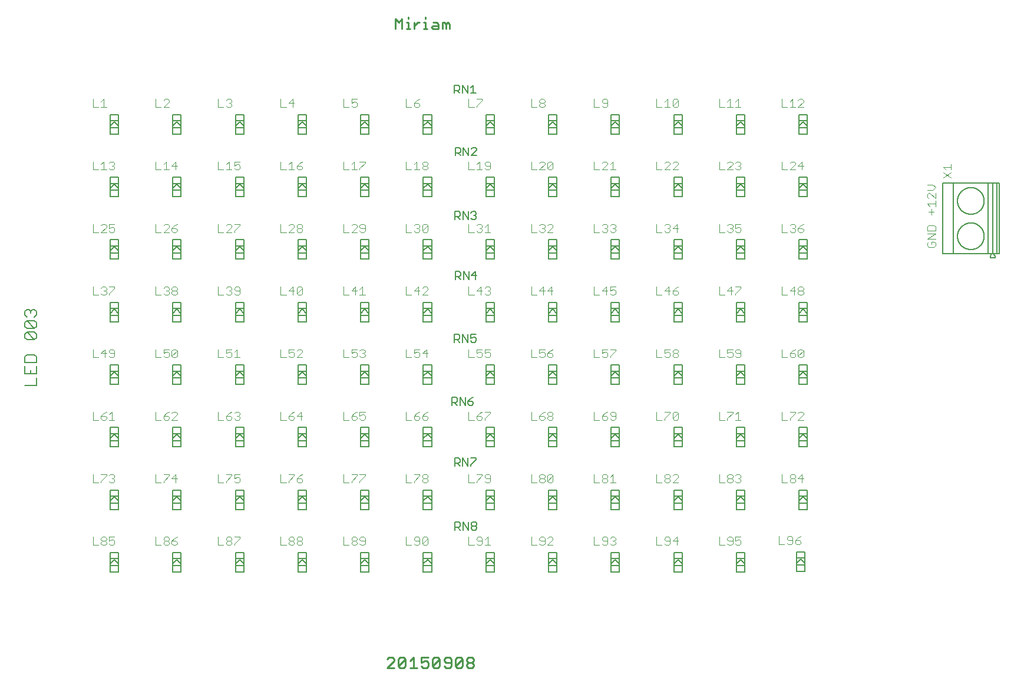
<source format=gto>
G75*
%MOIN*%
%OFA0B0*%
%FSLAX25Y25*%
%IPPOS*%
%LPD*%
%AMOC8*
5,1,8,0,0,1.08239X$1,22.5*
%
%ADD10C,0.00400*%
%ADD11C,0.00600*%
%ADD12C,0.01100*%
%ADD13C,0.00800*%
%ADD14C,0.00591*%
%ADD15C,0.00500*%
D10*
X0101630Y0109717D02*
X0104699Y0109717D01*
X0106234Y0110484D02*
X0106234Y0111251D01*
X0107001Y0112018D01*
X0108536Y0112018D01*
X0109303Y0111251D01*
X0109303Y0110484D01*
X0108536Y0109717D01*
X0107001Y0109717D01*
X0106234Y0110484D01*
X0107001Y0112018D02*
X0106234Y0112786D01*
X0106234Y0113553D01*
X0107001Y0114320D01*
X0108536Y0114320D01*
X0109303Y0113553D01*
X0109303Y0112786D01*
X0108536Y0112018D01*
X0110838Y0112018D02*
X0112372Y0112786D01*
X0113140Y0112786D01*
X0113907Y0112018D01*
X0113907Y0110484D01*
X0113140Y0109717D01*
X0111605Y0109717D01*
X0110838Y0110484D01*
X0110838Y0112018D02*
X0110838Y0114320D01*
X0113907Y0114320D01*
X0101630Y0114320D02*
X0101630Y0109717D01*
X0137063Y0109717D02*
X0140132Y0109717D01*
X0141667Y0110484D02*
X0141667Y0111251D01*
X0142434Y0112018D01*
X0143969Y0112018D01*
X0144736Y0111251D01*
X0144736Y0110484D01*
X0143969Y0109717D01*
X0142434Y0109717D01*
X0141667Y0110484D01*
X0142434Y0112018D02*
X0141667Y0112786D01*
X0141667Y0113553D01*
X0142434Y0114320D01*
X0143969Y0114320D01*
X0144736Y0113553D01*
X0144736Y0112786D01*
X0143969Y0112018D01*
X0146271Y0112018D02*
X0148573Y0112018D01*
X0149340Y0111251D01*
X0149340Y0110484D01*
X0148573Y0109717D01*
X0147038Y0109717D01*
X0146271Y0110484D01*
X0146271Y0112018D01*
X0147805Y0113553D01*
X0149340Y0114320D01*
X0137063Y0114320D02*
X0137063Y0109717D01*
X0172496Y0109717D02*
X0175565Y0109717D01*
X0177100Y0110484D02*
X0177100Y0111251D01*
X0177867Y0112018D01*
X0179402Y0112018D01*
X0180169Y0111251D01*
X0180169Y0110484D01*
X0179402Y0109717D01*
X0177867Y0109717D01*
X0177100Y0110484D01*
X0177867Y0112018D02*
X0177100Y0112786D01*
X0177100Y0113553D01*
X0177867Y0114320D01*
X0179402Y0114320D01*
X0180169Y0113553D01*
X0180169Y0112786D01*
X0179402Y0112018D01*
X0181704Y0110484D02*
X0181704Y0109717D01*
X0181704Y0110484D02*
X0184773Y0113553D01*
X0184773Y0114320D01*
X0181704Y0114320D01*
X0172496Y0114320D02*
X0172496Y0109717D01*
X0207929Y0109717D02*
X0210998Y0109717D01*
X0212533Y0110484D02*
X0212533Y0111251D01*
X0213300Y0112018D01*
X0214835Y0112018D01*
X0215602Y0111251D01*
X0215602Y0110484D01*
X0214835Y0109717D01*
X0213300Y0109717D01*
X0212533Y0110484D01*
X0213300Y0112018D02*
X0212533Y0112786D01*
X0212533Y0113553D01*
X0213300Y0114320D01*
X0214835Y0114320D01*
X0215602Y0113553D01*
X0215602Y0112786D01*
X0214835Y0112018D01*
X0217137Y0111251D02*
X0217904Y0112018D01*
X0219439Y0112018D01*
X0220206Y0111251D01*
X0220206Y0110484D01*
X0219439Y0109717D01*
X0217904Y0109717D01*
X0217137Y0110484D01*
X0217137Y0111251D01*
X0217904Y0112018D02*
X0217137Y0112786D01*
X0217137Y0113553D01*
X0217904Y0114320D01*
X0219439Y0114320D01*
X0220206Y0113553D01*
X0220206Y0112786D01*
X0219439Y0112018D01*
X0207929Y0114320D02*
X0207929Y0109717D01*
X0243362Y0109717D02*
X0246431Y0109717D01*
X0247966Y0110484D02*
X0247966Y0111251D01*
X0248733Y0112018D01*
X0250268Y0112018D01*
X0251035Y0111251D01*
X0251035Y0110484D01*
X0250268Y0109717D01*
X0248733Y0109717D01*
X0247966Y0110484D01*
X0248733Y0112018D02*
X0247966Y0112786D01*
X0247966Y0113553D01*
X0248733Y0114320D01*
X0250268Y0114320D01*
X0251035Y0113553D01*
X0251035Y0112786D01*
X0250268Y0112018D01*
X0252570Y0112786D02*
X0253337Y0112018D01*
X0255639Y0112018D01*
X0255639Y0110484D02*
X0255639Y0113553D01*
X0254872Y0114320D01*
X0253337Y0114320D01*
X0252570Y0113553D01*
X0252570Y0112786D01*
X0252570Y0110484D02*
X0253337Y0109717D01*
X0254872Y0109717D01*
X0255639Y0110484D01*
X0243362Y0109717D02*
X0243362Y0114320D01*
X0278795Y0114320D02*
X0278795Y0109717D01*
X0281865Y0109717D01*
X0283399Y0110484D02*
X0284167Y0109717D01*
X0285701Y0109717D01*
X0286468Y0110484D01*
X0286468Y0113553D01*
X0285701Y0114320D01*
X0284167Y0114320D01*
X0283399Y0113553D01*
X0283399Y0112786D01*
X0284167Y0112018D01*
X0286468Y0112018D01*
X0288003Y0110484D02*
X0291072Y0113553D01*
X0291072Y0110484D01*
X0290305Y0109717D01*
X0288770Y0109717D01*
X0288003Y0110484D01*
X0288003Y0113553D01*
X0288770Y0114320D01*
X0290305Y0114320D01*
X0291072Y0113553D01*
X0314228Y0114320D02*
X0314228Y0109717D01*
X0317298Y0109717D01*
X0318832Y0110484D02*
X0319600Y0109717D01*
X0321134Y0109717D01*
X0321902Y0110484D01*
X0321902Y0113553D01*
X0321134Y0114320D01*
X0319600Y0114320D01*
X0318832Y0113553D01*
X0318832Y0112786D01*
X0319600Y0112018D01*
X0321902Y0112018D01*
X0323436Y0112786D02*
X0324971Y0114320D01*
X0324971Y0109717D01*
X0326505Y0109717D02*
X0323436Y0109717D01*
X0349661Y0109717D02*
X0352731Y0109717D01*
X0354265Y0110484D02*
X0355033Y0109717D01*
X0356567Y0109717D01*
X0357335Y0110484D01*
X0357335Y0113553D01*
X0356567Y0114320D01*
X0355033Y0114320D01*
X0354265Y0113553D01*
X0354265Y0112786D01*
X0355033Y0112018D01*
X0357335Y0112018D01*
X0358869Y0113553D02*
X0359637Y0114320D01*
X0361171Y0114320D01*
X0361939Y0113553D01*
X0361939Y0112786D01*
X0358869Y0109717D01*
X0361939Y0109717D01*
X0349661Y0109717D02*
X0349661Y0114320D01*
X0385094Y0114320D02*
X0385094Y0109717D01*
X0388164Y0109717D01*
X0389698Y0110484D02*
X0390466Y0109717D01*
X0392000Y0109717D01*
X0392768Y0110484D01*
X0392768Y0113553D01*
X0392000Y0114320D01*
X0390466Y0114320D01*
X0389698Y0113553D01*
X0389698Y0112786D01*
X0390466Y0112018D01*
X0392768Y0112018D01*
X0394302Y0110484D02*
X0395070Y0109717D01*
X0396604Y0109717D01*
X0397372Y0110484D01*
X0397372Y0111251D01*
X0396604Y0112018D01*
X0395837Y0112018D01*
X0396604Y0112018D02*
X0397372Y0112786D01*
X0397372Y0113553D01*
X0396604Y0114320D01*
X0395070Y0114320D01*
X0394302Y0113553D01*
X0420528Y0114320D02*
X0420528Y0109717D01*
X0423597Y0109717D01*
X0425131Y0110484D02*
X0425899Y0109717D01*
X0427433Y0109717D01*
X0428201Y0110484D01*
X0428201Y0113553D01*
X0427433Y0114320D01*
X0425899Y0114320D01*
X0425131Y0113553D01*
X0425131Y0112786D01*
X0425899Y0112018D01*
X0428201Y0112018D01*
X0429735Y0112018D02*
X0432805Y0112018D01*
X0432037Y0109717D02*
X0432037Y0114320D01*
X0429735Y0112018D01*
X0455961Y0109717D02*
X0459030Y0109717D01*
X0460565Y0110484D02*
X0461332Y0109717D01*
X0462867Y0109717D01*
X0463634Y0110484D01*
X0463634Y0113553D01*
X0462867Y0114320D01*
X0461332Y0114320D01*
X0460565Y0113553D01*
X0460565Y0112786D01*
X0461332Y0112018D01*
X0463634Y0112018D01*
X0465168Y0112018D02*
X0466703Y0112786D01*
X0467470Y0112786D01*
X0468238Y0112018D01*
X0468238Y0110484D01*
X0467470Y0109717D01*
X0465936Y0109717D01*
X0465168Y0110484D01*
X0465168Y0112018D02*
X0465168Y0114320D01*
X0468238Y0114320D01*
X0455961Y0114320D02*
X0455961Y0109717D01*
X0489827Y0110043D02*
X0492896Y0110043D01*
X0494431Y0110811D02*
X0495198Y0110043D01*
X0496733Y0110043D01*
X0497500Y0110811D01*
X0497500Y0113880D01*
X0496733Y0114647D01*
X0495198Y0114647D01*
X0494431Y0113880D01*
X0494431Y0113113D01*
X0495198Y0112345D01*
X0497500Y0112345D01*
X0499035Y0112345D02*
X0501337Y0112345D01*
X0502104Y0111578D01*
X0502104Y0110811D01*
X0501337Y0110043D01*
X0499802Y0110043D01*
X0499035Y0110811D01*
X0499035Y0112345D01*
X0500569Y0113880D01*
X0502104Y0114647D01*
X0489827Y0114647D02*
X0489827Y0110043D01*
X0491394Y0145150D02*
X0494463Y0145150D01*
X0495998Y0145917D02*
X0495998Y0146684D01*
X0496765Y0147452D01*
X0498300Y0147452D01*
X0499067Y0146684D01*
X0499067Y0145917D01*
X0498300Y0145150D01*
X0496765Y0145150D01*
X0495998Y0145917D01*
X0496765Y0147452D02*
X0495998Y0148219D01*
X0495998Y0148986D01*
X0496765Y0149754D01*
X0498300Y0149754D01*
X0499067Y0148986D01*
X0499067Y0148219D01*
X0498300Y0147452D01*
X0500602Y0147452D02*
X0503671Y0147452D01*
X0502904Y0149754D02*
X0500602Y0147452D01*
X0502904Y0145150D02*
X0502904Y0149754D01*
X0491394Y0149754D02*
X0491394Y0145150D01*
X0468238Y0145917D02*
X0467470Y0145150D01*
X0465936Y0145150D01*
X0465168Y0145917D01*
X0463634Y0145917D02*
X0462867Y0145150D01*
X0461332Y0145150D01*
X0460565Y0145917D01*
X0460565Y0146684D01*
X0461332Y0147452D01*
X0462867Y0147452D01*
X0463634Y0146684D01*
X0463634Y0145917D01*
X0462867Y0147452D02*
X0463634Y0148219D01*
X0463634Y0148986D01*
X0462867Y0149754D01*
X0461332Y0149754D01*
X0460565Y0148986D01*
X0460565Y0148219D01*
X0461332Y0147452D01*
X0459030Y0145150D02*
X0455961Y0145150D01*
X0455961Y0149754D01*
X0465168Y0148986D02*
X0465936Y0149754D01*
X0467470Y0149754D01*
X0468238Y0148986D01*
X0468238Y0148219D01*
X0467470Y0147452D01*
X0468238Y0146684D01*
X0468238Y0145917D01*
X0467470Y0147452D02*
X0466703Y0147452D01*
X0432805Y0148219D02*
X0432805Y0148986D01*
X0432037Y0149754D01*
X0430503Y0149754D01*
X0429735Y0148986D01*
X0428201Y0148986D02*
X0428201Y0148219D01*
X0427433Y0147452D01*
X0425899Y0147452D01*
X0425131Y0148219D01*
X0425131Y0148986D01*
X0425899Y0149754D01*
X0427433Y0149754D01*
X0428201Y0148986D01*
X0427433Y0147452D02*
X0428201Y0146684D01*
X0428201Y0145917D01*
X0427433Y0145150D01*
X0425899Y0145150D01*
X0425131Y0145917D01*
X0425131Y0146684D01*
X0425899Y0147452D01*
X0423597Y0145150D02*
X0420528Y0145150D01*
X0420528Y0149754D01*
X0429735Y0145150D02*
X0432805Y0148219D01*
X0432805Y0145150D02*
X0429735Y0145150D01*
X0397372Y0145150D02*
X0394302Y0145150D01*
X0395837Y0145150D02*
X0395837Y0149754D01*
X0394302Y0148219D01*
X0392768Y0148219D02*
X0392000Y0147452D01*
X0390466Y0147452D01*
X0389698Y0148219D01*
X0389698Y0148986D01*
X0390466Y0149754D01*
X0392000Y0149754D01*
X0392768Y0148986D01*
X0392768Y0148219D01*
X0392000Y0147452D02*
X0392768Y0146684D01*
X0392768Y0145917D01*
X0392000Y0145150D01*
X0390466Y0145150D01*
X0389698Y0145917D01*
X0389698Y0146684D01*
X0390466Y0147452D01*
X0388164Y0145150D02*
X0385094Y0145150D01*
X0385094Y0149754D01*
X0361939Y0148986D02*
X0361939Y0145917D01*
X0361171Y0145150D01*
X0359637Y0145150D01*
X0358869Y0145917D01*
X0361939Y0148986D01*
X0361171Y0149754D01*
X0359637Y0149754D01*
X0358869Y0148986D01*
X0358869Y0145917D01*
X0357335Y0145917D02*
X0356567Y0145150D01*
X0355033Y0145150D01*
X0354265Y0145917D01*
X0354265Y0146684D01*
X0355033Y0147452D01*
X0356567Y0147452D01*
X0357335Y0146684D01*
X0357335Y0145917D01*
X0356567Y0147452D02*
X0357335Y0148219D01*
X0357335Y0148986D01*
X0356567Y0149754D01*
X0355033Y0149754D01*
X0354265Y0148986D01*
X0354265Y0148219D01*
X0355033Y0147452D01*
X0352731Y0145150D02*
X0349661Y0145150D01*
X0349661Y0149754D01*
X0326505Y0148986D02*
X0326505Y0145917D01*
X0325738Y0145150D01*
X0324204Y0145150D01*
X0323436Y0145917D01*
X0324204Y0147452D02*
X0326505Y0147452D01*
X0326505Y0148986D02*
X0325738Y0149754D01*
X0324204Y0149754D01*
X0323436Y0148986D01*
X0323436Y0148219D01*
X0324204Y0147452D01*
X0321902Y0148986D02*
X0318832Y0145917D01*
X0318832Y0145150D01*
X0317298Y0145150D02*
X0314228Y0145150D01*
X0314228Y0149754D01*
X0318832Y0149754D02*
X0321902Y0149754D01*
X0321902Y0148986D01*
X0291072Y0148986D02*
X0291072Y0148219D01*
X0290305Y0147452D01*
X0288770Y0147452D01*
X0288003Y0148219D01*
X0288003Y0148986D01*
X0288770Y0149754D01*
X0290305Y0149754D01*
X0291072Y0148986D01*
X0290305Y0147452D02*
X0291072Y0146684D01*
X0291072Y0145917D01*
X0290305Y0145150D01*
X0288770Y0145150D01*
X0288003Y0145917D01*
X0288003Y0146684D01*
X0288770Y0147452D01*
X0286468Y0148986D02*
X0283399Y0145917D01*
X0283399Y0145150D01*
X0281865Y0145150D02*
X0278795Y0145150D01*
X0278795Y0149754D01*
X0283399Y0149754D02*
X0286468Y0149754D01*
X0286468Y0148986D01*
X0255639Y0148986D02*
X0252570Y0145917D01*
X0252570Y0145150D01*
X0251035Y0148986D02*
X0247966Y0145917D01*
X0247966Y0145150D01*
X0246431Y0145150D02*
X0243362Y0145150D01*
X0243362Y0149754D01*
X0247966Y0149754D02*
X0251035Y0149754D01*
X0251035Y0148986D01*
X0252570Y0149754D02*
X0255639Y0149754D01*
X0255639Y0148986D01*
X0220206Y0149754D02*
X0218672Y0148986D01*
X0217137Y0147452D01*
X0219439Y0147452D01*
X0220206Y0146684D01*
X0220206Y0145917D01*
X0219439Y0145150D01*
X0217904Y0145150D01*
X0217137Y0145917D01*
X0217137Y0147452D01*
X0215602Y0148986D02*
X0212533Y0145917D01*
X0212533Y0145150D01*
X0210998Y0145150D02*
X0207929Y0145150D01*
X0207929Y0149754D01*
X0212533Y0149754D02*
X0215602Y0149754D01*
X0215602Y0148986D01*
X0184773Y0149754D02*
X0181704Y0149754D01*
X0181704Y0147452D01*
X0183239Y0148219D01*
X0184006Y0148219D01*
X0184773Y0147452D01*
X0184773Y0145917D01*
X0184006Y0145150D01*
X0182471Y0145150D01*
X0181704Y0145917D01*
X0180169Y0148986D02*
X0177100Y0145917D01*
X0177100Y0145150D01*
X0175565Y0145150D02*
X0172496Y0145150D01*
X0172496Y0149754D01*
X0177100Y0149754D02*
X0180169Y0149754D01*
X0180169Y0148986D01*
X0149340Y0147452D02*
X0146271Y0147452D01*
X0148573Y0149754D01*
X0148573Y0145150D01*
X0144736Y0148986D02*
X0141667Y0145917D01*
X0141667Y0145150D01*
X0140132Y0145150D02*
X0137063Y0145150D01*
X0137063Y0149754D01*
X0141667Y0149754D02*
X0144736Y0149754D01*
X0144736Y0148986D01*
X0113907Y0148986D02*
X0113907Y0148219D01*
X0113140Y0147452D01*
X0113907Y0146684D01*
X0113907Y0145917D01*
X0113140Y0145150D01*
X0111605Y0145150D01*
X0110838Y0145917D01*
X0112372Y0147452D02*
X0113140Y0147452D01*
X0113907Y0148986D02*
X0113140Y0149754D01*
X0111605Y0149754D01*
X0110838Y0148986D01*
X0109303Y0148986D02*
X0106234Y0145917D01*
X0106234Y0145150D01*
X0104699Y0145150D02*
X0101630Y0145150D01*
X0101630Y0149754D01*
X0106234Y0149754D02*
X0109303Y0149754D01*
X0109303Y0148986D01*
X0108536Y0180583D02*
X0109303Y0181350D01*
X0109303Y0182117D01*
X0108536Y0182885D01*
X0106234Y0182885D01*
X0106234Y0181350D01*
X0107001Y0180583D01*
X0108536Y0180583D01*
X0110838Y0180583D02*
X0113907Y0180583D01*
X0112372Y0180583D02*
X0112372Y0185187D01*
X0110838Y0183652D01*
X0109303Y0185187D02*
X0107768Y0184419D01*
X0106234Y0182885D01*
X0104699Y0180583D02*
X0101630Y0180583D01*
X0101630Y0185187D01*
X0137063Y0185187D02*
X0137063Y0180583D01*
X0140132Y0180583D01*
X0141667Y0181350D02*
X0142434Y0180583D01*
X0143969Y0180583D01*
X0144736Y0181350D01*
X0144736Y0182117D01*
X0143969Y0182885D01*
X0141667Y0182885D01*
X0141667Y0181350D01*
X0141667Y0182885D02*
X0143202Y0184419D01*
X0144736Y0185187D01*
X0146271Y0184419D02*
X0147038Y0185187D01*
X0148573Y0185187D01*
X0149340Y0184419D01*
X0149340Y0183652D01*
X0146271Y0180583D01*
X0149340Y0180583D01*
X0172496Y0180583D02*
X0175565Y0180583D01*
X0177100Y0181350D02*
X0177867Y0180583D01*
X0179402Y0180583D01*
X0180169Y0181350D01*
X0180169Y0182117D01*
X0179402Y0182885D01*
X0177100Y0182885D01*
X0177100Y0181350D01*
X0177100Y0182885D02*
X0178635Y0184419D01*
X0180169Y0185187D01*
X0181704Y0184419D02*
X0182471Y0185187D01*
X0184006Y0185187D01*
X0184773Y0184419D01*
X0184773Y0183652D01*
X0184006Y0182885D01*
X0184773Y0182117D01*
X0184773Y0181350D01*
X0184006Y0180583D01*
X0182471Y0180583D01*
X0181704Y0181350D01*
X0183239Y0182885D02*
X0184006Y0182885D01*
X0172496Y0185187D02*
X0172496Y0180583D01*
X0207929Y0180583D02*
X0210998Y0180583D01*
X0212533Y0181350D02*
X0213300Y0180583D01*
X0214835Y0180583D01*
X0215602Y0181350D01*
X0215602Y0182117D01*
X0214835Y0182885D01*
X0212533Y0182885D01*
X0212533Y0181350D01*
X0212533Y0182885D02*
X0214068Y0184419D01*
X0215602Y0185187D01*
X0217137Y0182885D02*
X0220206Y0182885D01*
X0219439Y0180583D02*
X0219439Y0185187D01*
X0217137Y0182885D01*
X0207929Y0185187D02*
X0207929Y0180583D01*
X0243362Y0180583D02*
X0246431Y0180583D01*
X0247966Y0181350D02*
X0248733Y0180583D01*
X0250268Y0180583D01*
X0251035Y0181350D01*
X0251035Y0182117D01*
X0250268Y0182885D01*
X0247966Y0182885D01*
X0247966Y0181350D01*
X0247966Y0182885D02*
X0249501Y0184419D01*
X0251035Y0185187D01*
X0252570Y0185187D02*
X0252570Y0182885D01*
X0254105Y0183652D01*
X0254872Y0183652D01*
X0255639Y0182885D01*
X0255639Y0181350D01*
X0254872Y0180583D01*
X0253337Y0180583D01*
X0252570Y0181350D01*
X0252570Y0185187D02*
X0255639Y0185187D01*
X0243362Y0185187D02*
X0243362Y0180583D01*
X0278795Y0180583D02*
X0281865Y0180583D01*
X0283399Y0181350D02*
X0284167Y0180583D01*
X0285701Y0180583D01*
X0286468Y0181350D01*
X0286468Y0182117D01*
X0285701Y0182885D01*
X0283399Y0182885D01*
X0283399Y0181350D01*
X0283399Y0182885D02*
X0284934Y0184419D01*
X0286468Y0185187D01*
X0288003Y0182885D02*
X0290305Y0182885D01*
X0291072Y0182117D01*
X0291072Y0181350D01*
X0290305Y0180583D01*
X0288770Y0180583D01*
X0288003Y0181350D01*
X0288003Y0182885D01*
X0289538Y0184419D01*
X0291072Y0185187D01*
X0278795Y0185187D02*
X0278795Y0180583D01*
X0314228Y0180583D02*
X0317298Y0180583D01*
X0318832Y0181350D02*
X0319600Y0180583D01*
X0321134Y0180583D01*
X0321902Y0181350D01*
X0321902Y0182117D01*
X0321134Y0182885D01*
X0318832Y0182885D01*
X0318832Y0181350D01*
X0318832Y0182885D02*
X0320367Y0184419D01*
X0321902Y0185187D01*
X0323436Y0185187D02*
X0326505Y0185187D01*
X0326505Y0184419D01*
X0323436Y0181350D01*
X0323436Y0180583D01*
X0314228Y0180583D02*
X0314228Y0185187D01*
X0349661Y0185187D02*
X0349661Y0180583D01*
X0352731Y0180583D01*
X0354265Y0181350D02*
X0355033Y0180583D01*
X0356567Y0180583D01*
X0357335Y0181350D01*
X0357335Y0182117D01*
X0356567Y0182885D01*
X0354265Y0182885D01*
X0354265Y0181350D01*
X0354265Y0182885D02*
X0355800Y0184419D01*
X0357335Y0185187D01*
X0358869Y0184419D02*
X0358869Y0183652D01*
X0359637Y0182885D01*
X0361171Y0182885D01*
X0361939Y0182117D01*
X0361939Y0181350D01*
X0361171Y0180583D01*
X0359637Y0180583D01*
X0358869Y0181350D01*
X0358869Y0182117D01*
X0359637Y0182885D01*
X0361171Y0182885D02*
X0361939Y0183652D01*
X0361939Y0184419D01*
X0361171Y0185187D01*
X0359637Y0185187D01*
X0358869Y0184419D01*
X0385094Y0185187D02*
X0385094Y0180583D01*
X0388164Y0180583D01*
X0389698Y0181350D02*
X0390466Y0180583D01*
X0392000Y0180583D01*
X0392768Y0181350D01*
X0392768Y0182117D01*
X0392000Y0182885D01*
X0389698Y0182885D01*
X0389698Y0181350D01*
X0389698Y0182885D02*
X0391233Y0184419D01*
X0392768Y0185187D01*
X0394302Y0184419D02*
X0394302Y0183652D01*
X0395070Y0182885D01*
X0397372Y0182885D01*
X0397372Y0184419D02*
X0396604Y0185187D01*
X0395070Y0185187D01*
X0394302Y0184419D01*
X0394302Y0181350D02*
X0395070Y0180583D01*
X0396604Y0180583D01*
X0397372Y0181350D01*
X0397372Y0184419D01*
X0420528Y0185187D02*
X0420528Y0180583D01*
X0423597Y0180583D01*
X0425131Y0180583D02*
X0425131Y0181350D01*
X0428201Y0184419D01*
X0428201Y0185187D01*
X0425131Y0185187D01*
X0429735Y0184419D02*
X0429735Y0181350D01*
X0432805Y0184419D01*
X0432805Y0181350D01*
X0432037Y0180583D01*
X0430503Y0180583D01*
X0429735Y0181350D01*
X0429735Y0184419D02*
X0430503Y0185187D01*
X0432037Y0185187D01*
X0432805Y0184419D01*
X0455961Y0185187D02*
X0455961Y0180583D01*
X0459030Y0180583D01*
X0460565Y0180583D02*
X0460565Y0181350D01*
X0463634Y0184419D01*
X0463634Y0185187D01*
X0460565Y0185187D01*
X0465168Y0183652D02*
X0466703Y0185187D01*
X0466703Y0180583D01*
X0465168Y0180583D02*
X0468238Y0180583D01*
X0491394Y0180583D02*
X0494463Y0180583D01*
X0495998Y0180583D02*
X0495998Y0181350D01*
X0499067Y0184419D01*
X0499067Y0185187D01*
X0495998Y0185187D01*
X0491394Y0185187D02*
X0491394Y0180583D01*
X0500602Y0180583D02*
X0503671Y0183652D01*
X0503671Y0184419D01*
X0502904Y0185187D01*
X0501369Y0185187D01*
X0500602Y0184419D01*
X0500602Y0180583D02*
X0503671Y0180583D01*
X0502904Y0216016D02*
X0501369Y0216016D01*
X0500602Y0216783D01*
X0503671Y0219852D01*
X0503671Y0216783D01*
X0502904Y0216016D01*
X0500602Y0216783D02*
X0500602Y0219852D01*
X0501369Y0220620D01*
X0502904Y0220620D01*
X0503671Y0219852D01*
X0499067Y0220620D02*
X0497532Y0219852D01*
X0495998Y0218318D01*
X0498300Y0218318D01*
X0499067Y0217550D01*
X0499067Y0216783D01*
X0498300Y0216016D01*
X0496765Y0216016D01*
X0495998Y0216783D01*
X0495998Y0218318D01*
X0494463Y0216016D02*
X0491394Y0216016D01*
X0491394Y0220620D01*
X0468238Y0219852D02*
X0468238Y0216783D01*
X0467470Y0216016D01*
X0465936Y0216016D01*
X0465168Y0216783D01*
X0463634Y0216783D02*
X0462867Y0216016D01*
X0461332Y0216016D01*
X0460565Y0216783D01*
X0460565Y0218318D02*
X0462099Y0219085D01*
X0462867Y0219085D01*
X0463634Y0218318D01*
X0463634Y0216783D01*
X0465168Y0219085D02*
X0465936Y0218318D01*
X0468238Y0218318D01*
X0468238Y0219852D02*
X0467470Y0220620D01*
X0465936Y0220620D01*
X0465168Y0219852D01*
X0465168Y0219085D01*
X0463634Y0220620D02*
X0460565Y0220620D01*
X0460565Y0218318D01*
X0459030Y0216016D02*
X0455961Y0216016D01*
X0455961Y0220620D01*
X0432805Y0219852D02*
X0432805Y0219085D01*
X0432037Y0218318D01*
X0430503Y0218318D01*
X0429735Y0219085D01*
X0429735Y0219852D01*
X0430503Y0220620D01*
X0432037Y0220620D01*
X0432805Y0219852D01*
X0432037Y0218318D02*
X0432805Y0217550D01*
X0432805Y0216783D01*
X0432037Y0216016D01*
X0430503Y0216016D01*
X0429735Y0216783D01*
X0429735Y0217550D01*
X0430503Y0218318D01*
X0428201Y0218318D02*
X0428201Y0216783D01*
X0427433Y0216016D01*
X0425899Y0216016D01*
X0425131Y0216783D01*
X0425131Y0218318D02*
X0426666Y0219085D01*
X0427433Y0219085D01*
X0428201Y0218318D01*
X0428201Y0220620D02*
X0425131Y0220620D01*
X0425131Y0218318D01*
X0423597Y0216016D02*
X0420528Y0216016D01*
X0420528Y0220620D01*
X0397372Y0220620D02*
X0397372Y0219852D01*
X0394302Y0216783D01*
X0394302Y0216016D01*
X0392768Y0216783D02*
X0392000Y0216016D01*
X0390466Y0216016D01*
X0389698Y0216783D01*
X0389698Y0218318D02*
X0391233Y0219085D01*
X0392000Y0219085D01*
X0392768Y0218318D01*
X0392768Y0216783D01*
X0389698Y0218318D02*
X0389698Y0220620D01*
X0392768Y0220620D01*
X0394302Y0220620D02*
X0397372Y0220620D01*
X0388164Y0216016D02*
X0385094Y0216016D01*
X0385094Y0220620D01*
X0361939Y0220620D02*
X0360404Y0219852D01*
X0358869Y0218318D01*
X0361171Y0218318D01*
X0361939Y0217550D01*
X0361939Y0216783D01*
X0361171Y0216016D01*
X0359637Y0216016D01*
X0358869Y0216783D01*
X0358869Y0218318D01*
X0357335Y0218318D02*
X0357335Y0216783D01*
X0356567Y0216016D01*
X0355033Y0216016D01*
X0354265Y0216783D01*
X0354265Y0218318D02*
X0355800Y0219085D01*
X0356567Y0219085D01*
X0357335Y0218318D01*
X0357335Y0220620D02*
X0354265Y0220620D01*
X0354265Y0218318D01*
X0352731Y0216016D02*
X0349661Y0216016D01*
X0349661Y0220620D01*
X0326505Y0220620D02*
X0323436Y0220620D01*
X0323436Y0218318D01*
X0324971Y0219085D01*
X0325738Y0219085D01*
X0326505Y0218318D01*
X0326505Y0216783D01*
X0325738Y0216016D01*
X0324204Y0216016D01*
X0323436Y0216783D01*
X0321902Y0216783D02*
X0321134Y0216016D01*
X0319600Y0216016D01*
X0318832Y0216783D01*
X0318832Y0218318D02*
X0320367Y0219085D01*
X0321134Y0219085D01*
X0321902Y0218318D01*
X0321902Y0216783D01*
X0318832Y0218318D02*
X0318832Y0220620D01*
X0321902Y0220620D01*
X0317298Y0216016D02*
X0314228Y0216016D01*
X0314228Y0220620D01*
X0291072Y0218318D02*
X0288003Y0218318D01*
X0290305Y0220620D01*
X0290305Y0216016D01*
X0286468Y0216783D02*
X0285701Y0216016D01*
X0284167Y0216016D01*
X0283399Y0216783D01*
X0283399Y0218318D02*
X0284934Y0219085D01*
X0285701Y0219085D01*
X0286468Y0218318D01*
X0286468Y0216783D01*
X0283399Y0218318D02*
X0283399Y0220620D01*
X0286468Y0220620D01*
X0281865Y0216016D02*
X0278795Y0216016D01*
X0278795Y0220620D01*
X0255639Y0219852D02*
X0255639Y0219085D01*
X0254872Y0218318D01*
X0255639Y0217550D01*
X0255639Y0216783D01*
X0254872Y0216016D01*
X0253337Y0216016D01*
X0252570Y0216783D01*
X0251035Y0216783D02*
X0250268Y0216016D01*
X0248733Y0216016D01*
X0247966Y0216783D01*
X0247966Y0218318D02*
X0249501Y0219085D01*
X0250268Y0219085D01*
X0251035Y0218318D01*
X0251035Y0216783D01*
X0247966Y0218318D02*
X0247966Y0220620D01*
X0251035Y0220620D01*
X0252570Y0219852D02*
X0253337Y0220620D01*
X0254872Y0220620D01*
X0255639Y0219852D01*
X0254872Y0218318D02*
X0254105Y0218318D01*
X0246431Y0216016D02*
X0243362Y0216016D01*
X0243362Y0220620D01*
X0220206Y0219852D02*
X0219439Y0220620D01*
X0217904Y0220620D01*
X0217137Y0219852D01*
X0215602Y0220620D02*
X0212533Y0220620D01*
X0212533Y0218318D01*
X0214068Y0219085D01*
X0214835Y0219085D01*
X0215602Y0218318D01*
X0215602Y0216783D01*
X0214835Y0216016D01*
X0213300Y0216016D01*
X0212533Y0216783D01*
X0210998Y0216016D02*
X0207929Y0216016D01*
X0207929Y0220620D01*
X0217137Y0216016D02*
X0220206Y0219085D01*
X0220206Y0219852D01*
X0220206Y0216016D02*
X0217137Y0216016D01*
X0184773Y0216016D02*
X0181704Y0216016D01*
X0183239Y0216016D02*
X0183239Y0220620D01*
X0181704Y0219085D01*
X0180169Y0218318D02*
X0180169Y0216783D01*
X0179402Y0216016D01*
X0177867Y0216016D01*
X0177100Y0216783D01*
X0177100Y0218318D02*
X0178635Y0219085D01*
X0179402Y0219085D01*
X0180169Y0218318D01*
X0180169Y0220620D02*
X0177100Y0220620D01*
X0177100Y0218318D01*
X0175565Y0216016D02*
X0172496Y0216016D01*
X0172496Y0220620D01*
X0149340Y0219852D02*
X0149340Y0216783D01*
X0148573Y0216016D01*
X0147038Y0216016D01*
X0146271Y0216783D01*
X0149340Y0219852D01*
X0148573Y0220620D01*
X0147038Y0220620D01*
X0146271Y0219852D01*
X0146271Y0216783D01*
X0144736Y0216783D02*
X0143969Y0216016D01*
X0142434Y0216016D01*
X0141667Y0216783D01*
X0141667Y0218318D02*
X0143202Y0219085D01*
X0143969Y0219085D01*
X0144736Y0218318D01*
X0144736Y0216783D01*
X0141667Y0218318D02*
X0141667Y0220620D01*
X0144736Y0220620D01*
X0140132Y0216016D02*
X0137063Y0216016D01*
X0137063Y0220620D01*
X0113907Y0219852D02*
X0113907Y0216783D01*
X0113140Y0216016D01*
X0111605Y0216016D01*
X0110838Y0216783D01*
X0111605Y0218318D02*
X0113907Y0218318D01*
X0113907Y0219852D02*
X0113140Y0220620D01*
X0111605Y0220620D01*
X0110838Y0219852D01*
X0110838Y0219085D01*
X0111605Y0218318D01*
X0109303Y0218318D02*
X0106234Y0218318D01*
X0108536Y0220620D01*
X0108536Y0216016D01*
X0104699Y0216016D02*
X0101630Y0216016D01*
X0101630Y0220620D01*
X0101630Y0251449D02*
X0104699Y0251449D01*
X0106234Y0252216D02*
X0107001Y0251449D01*
X0108536Y0251449D01*
X0109303Y0252216D01*
X0109303Y0252983D01*
X0108536Y0253751D01*
X0107768Y0253751D01*
X0108536Y0253751D02*
X0109303Y0254518D01*
X0109303Y0255285D01*
X0108536Y0256053D01*
X0107001Y0256053D01*
X0106234Y0255285D01*
X0110838Y0256053D02*
X0113907Y0256053D01*
X0113907Y0255285D01*
X0110838Y0252216D01*
X0110838Y0251449D01*
X0101630Y0251449D02*
X0101630Y0256053D01*
X0137063Y0256053D02*
X0137063Y0251449D01*
X0140132Y0251449D01*
X0141667Y0252216D02*
X0142434Y0251449D01*
X0143969Y0251449D01*
X0144736Y0252216D01*
X0144736Y0252983D01*
X0143969Y0253751D01*
X0143202Y0253751D01*
X0143969Y0253751D02*
X0144736Y0254518D01*
X0144736Y0255285D01*
X0143969Y0256053D01*
X0142434Y0256053D01*
X0141667Y0255285D01*
X0146271Y0255285D02*
X0146271Y0254518D01*
X0147038Y0253751D01*
X0148573Y0253751D01*
X0149340Y0252983D01*
X0149340Y0252216D01*
X0148573Y0251449D01*
X0147038Y0251449D01*
X0146271Y0252216D01*
X0146271Y0252983D01*
X0147038Y0253751D01*
X0148573Y0253751D02*
X0149340Y0254518D01*
X0149340Y0255285D01*
X0148573Y0256053D01*
X0147038Y0256053D01*
X0146271Y0255285D01*
X0172496Y0256053D02*
X0172496Y0251449D01*
X0175565Y0251449D01*
X0177100Y0252216D02*
X0177867Y0251449D01*
X0179402Y0251449D01*
X0180169Y0252216D01*
X0180169Y0252983D01*
X0179402Y0253751D01*
X0178635Y0253751D01*
X0179402Y0253751D02*
X0180169Y0254518D01*
X0180169Y0255285D01*
X0179402Y0256053D01*
X0177867Y0256053D01*
X0177100Y0255285D01*
X0181704Y0255285D02*
X0181704Y0254518D01*
X0182471Y0253751D01*
X0184773Y0253751D01*
X0184773Y0255285D02*
X0184006Y0256053D01*
X0182471Y0256053D01*
X0181704Y0255285D01*
X0181704Y0252216D02*
X0182471Y0251449D01*
X0184006Y0251449D01*
X0184773Y0252216D01*
X0184773Y0255285D01*
X0207929Y0256053D02*
X0207929Y0251449D01*
X0210998Y0251449D01*
X0212533Y0253751D02*
X0215602Y0253751D01*
X0217137Y0255285D02*
X0217904Y0256053D01*
X0219439Y0256053D01*
X0220206Y0255285D01*
X0217137Y0252216D01*
X0217904Y0251449D01*
X0219439Y0251449D01*
X0220206Y0252216D01*
X0220206Y0255285D01*
X0217137Y0255285D02*
X0217137Y0252216D01*
X0214835Y0251449D02*
X0214835Y0256053D01*
X0212533Y0253751D01*
X0243362Y0256053D02*
X0243362Y0251449D01*
X0246431Y0251449D01*
X0247966Y0253751D02*
X0251035Y0253751D01*
X0252570Y0254518D02*
X0254105Y0256053D01*
X0254105Y0251449D01*
X0255639Y0251449D02*
X0252570Y0251449D01*
X0250268Y0251449D02*
X0250268Y0256053D01*
X0247966Y0253751D01*
X0278795Y0256053D02*
X0278795Y0251449D01*
X0281865Y0251449D01*
X0283399Y0253751D02*
X0286468Y0253751D01*
X0288003Y0255285D02*
X0288770Y0256053D01*
X0290305Y0256053D01*
X0291072Y0255285D01*
X0291072Y0254518D01*
X0288003Y0251449D01*
X0291072Y0251449D01*
X0285701Y0251449D02*
X0285701Y0256053D01*
X0283399Y0253751D01*
X0314228Y0256053D02*
X0314228Y0251449D01*
X0317298Y0251449D01*
X0318832Y0253751D02*
X0321902Y0253751D01*
X0323436Y0255285D02*
X0324204Y0256053D01*
X0325738Y0256053D01*
X0326505Y0255285D01*
X0326505Y0254518D01*
X0325738Y0253751D01*
X0326505Y0252983D01*
X0326505Y0252216D01*
X0325738Y0251449D01*
X0324204Y0251449D01*
X0323436Y0252216D01*
X0324971Y0253751D02*
X0325738Y0253751D01*
X0321134Y0256053D02*
X0318832Y0253751D01*
X0321134Y0251449D02*
X0321134Y0256053D01*
X0349661Y0256053D02*
X0349661Y0251449D01*
X0352731Y0251449D01*
X0354265Y0253751D02*
X0357335Y0253751D01*
X0358869Y0253751D02*
X0361939Y0253751D01*
X0361171Y0256053D02*
X0358869Y0253751D01*
X0356567Y0256053D02*
X0354265Y0253751D01*
X0356567Y0251449D02*
X0356567Y0256053D01*
X0361171Y0256053D02*
X0361171Y0251449D01*
X0385094Y0251449D02*
X0388164Y0251449D01*
X0389698Y0253751D02*
X0392768Y0253751D01*
X0394302Y0253751D02*
X0395837Y0254518D01*
X0396604Y0254518D01*
X0397372Y0253751D01*
X0397372Y0252216D01*
X0396604Y0251449D01*
X0395070Y0251449D01*
X0394302Y0252216D01*
X0394302Y0253751D02*
X0394302Y0256053D01*
X0397372Y0256053D01*
X0392000Y0256053D02*
X0392000Y0251449D01*
X0389698Y0253751D02*
X0392000Y0256053D01*
X0385094Y0256053D02*
X0385094Y0251449D01*
X0420528Y0251449D02*
X0423597Y0251449D01*
X0425131Y0253751D02*
X0428201Y0253751D01*
X0429735Y0253751D02*
X0432037Y0253751D01*
X0432805Y0252983D01*
X0432805Y0252216D01*
X0432037Y0251449D01*
X0430503Y0251449D01*
X0429735Y0252216D01*
X0429735Y0253751D01*
X0431270Y0255285D01*
X0432805Y0256053D01*
X0427433Y0256053D02*
X0427433Y0251449D01*
X0425131Y0253751D02*
X0427433Y0256053D01*
X0420528Y0256053D02*
X0420528Y0251449D01*
X0455961Y0251449D02*
X0459030Y0251449D01*
X0460565Y0253751D02*
X0463634Y0253751D01*
X0465168Y0252216D02*
X0465168Y0251449D01*
X0465168Y0252216D02*
X0468238Y0255285D01*
X0468238Y0256053D01*
X0465168Y0256053D01*
X0462867Y0256053D02*
X0460565Y0253751D01*
X0462867Y0251449D02*
X0462867Y0256053D01*
X0455961Y0256053D02*
X0455961Y0251449D01*
X0491394Y0251449D02*
X0494463Y0251449D01*
X0495998Y0253751D02*
X0499067Y0253751D01*
X0500602Y0254518D02*
X0500602Y0255285D01*
X0501369Y0256053D01*
X0502904Y0256053D01*
X0503671Y0255285D01*
X0503671Y0254518D01*
X0502904Y0253751D01*
X0501369Y0253751D01*
X0500602Y0254518D01*
X0501369Y0253751D02*
X0500602Y0252983D01*
X0500602Y0252216D01*
X0501369Y0251449D01*
X0502904Y0251449D01*
X0503671Y0252216D01*
X0503671Y0252983D01*
X0502904Y0253751D01*
X0498300Y0251449D02*
X0498300Y0256053D01*
X0495998Y0253751D01*
X0491394Y0256053D02*
X0491394Y0251449D01*
X0491394Y0286882D02*
X0494463Y0286882D01*
X0495998Y0287649D02*
X0496765Y0286882D01*
X0498300Y0286882D01*
X0499067Y0287649D01*
X0499067Y0288417D01*
X0498300Y0289184D01*
X0497532Y0289184D01*
X0498300Y0289184D02*
X0499067Y0289951D01*
X0499067Y0290718D01*
X0498300Y0291486D01*
X0496765Y0291486D01*
X0495998Y0290718D01*
X0491394Y0291486D02*
X0491394Y0286882D01*
X0500602Y0287649D02*
X0501369Y0286882D01*
X0502904Y0286882D01*
X0503671Y0287649D01*
X0503671Y0288417D01*
X0502904Y0289184D01*
X0500602Y0289184D01*
X0500602Y0287649D01*
X0500602Y0289184D02*
X0502136Y0290718D01*
X0503671Y0291486D01*
X0468238Y0291486D02*
X0465168Y0291486D01*
X0465168Y0289184D01*
X0466703Y0289951D01*
X0467470Y0289951D01*
X0468238Y0289184D01*
X0468238Y0287649D01*
X0467470Y0286882D01*
X0465936Y0286882D01*
X0465168Y0287649D01*
X0463634Y0287649D02*
X0462867Y0286882D01*
X0461332Y0286882D01*
X0460565Y0287649D01*
X0459030Y0286882D02*
X0455961Y0286882D01*
X0455961Y0291486D01*
X0460565Y0290718D02*
X0461332Y0291486D01*
X0462867Y0291486D01*
X0463634Y0290718D01*
X0463634Y0289951D01*
X0462867Y0289184D01*
X0463634Y0288417D01*
X0463634Y0287649D01*
X0462867Y0289184D02*
X0462099Y0289184D01*
X0432805Y0289184D02*
X0429735Y0289184D01*
X0432037Y0291486D01*
X0432037Y0286882D01*
X0428201Y0287649D02*
X0427433Y0286882D01*
X0425899Y0286882D01*
X0425131Y0287649D01*
X0423597Y0286882D02*
X0420528Y0286882D01*
X0420528Y0291486D01*
X0425131Y0290718D02*
X0425899Y0291486D01*
X0427433Y0291486D01*
X0428201Y0290718D01*
X0428201Y0289951D01*
X0427433Y0289184D01*
X0428201Y0288417D01*
X0428201Y0287649D01*
X0427433Y0289184D02*
X0426666Y0289184D01*
X0397372Y0289951D02*
X0396604Y0289184D01*
X0397372Y0288417D01*
X0397372Y0287649D01*
X0396604Y0286882D01*
X0395070Y0286882D01*
X0394302Y0287649D01*
X0392768Y0287649D02*
X0392000Y0286882D01*
X0390466Y0286882D01*
X0389698Y0287649D01*
X0388164Y0286882D02*
X0385094Y0286882D01*
X0385094Y0291486D01*
X0389698Y0290718D02*
X0390466Y0291486D01*
X0392000Y0291486D01*
X0392768Y0290718D01*
X0392768Y0289951D01*
X0392000Y0289184D01*
X0392768Y0288417D01*
X0392768Y0287649D01*
X0392000Y0289184D02*
X0391233Y0289184D01*
X0394302Y0290718D02*
X0395070Y0291486D01*
X0396604Y0291486D01*
X0397372Y0290718D01*
X0397372Y0289951D01*
X0396604Y0289184D02*
X0395837Y0289184D01*
X0361939Y0289951D02*
X0361939Y0290718D01*
X0361171Y0291486D01*
X0359637Y0291486D01*
X0358869Y0290718D01*
X0357335Y0290718D02*
X0357335Y0289951D01*
X0356567Y0289184D01*
X0357335Y0288417D01*
X0357335Y0287649D01*
X0356567Y0286882D01*
X0355033Y0286882D01*
X0354265Y0287649D01*
X0352731Y0286882D02*
X0349661Y0286882D01*
X0349661Y0291486D01*
X0354265Y0290718D02*
X0355033Y0291486D01*
X0356567Y0291486D01*
X0357335Y0290718D01*
X0356567Y0289184D02*
X0355800Y0289184D01*
X0358869Y0286882D02*
X0361939Y0289951D01*
X0361939Y0286882D02*
X0358869Y0286882D01*
X0326505Y0286882D02*
X0323436Y0286882D01*
X0324971Y0286882D02*
X0324971Y0291486D01*
X0323436Y0289951D01*
X0321902Y0289951D02*
X0321134Y0289184D01*
X0321902Y0288417D01*
X0321902Y0287649D01*
X0321134Y0286882D01*
X0319600Y0286882D01*
X0318832Y0287649D01*
X0317298Y0286882D02*
X0314228Y0286882D01*
X0314228Y0291486D01*
X0318832Y0290718D02*
X0319600Y0291486D01*
X0321134Y0291486D01*
X0321902Y0290718D01*
X0321902Y0289951D01*
X0321134Y0289184D02*
X0320367Y0289184D01*
X0291072Y0290718D02*
X0288003Y0287649D01*
X0288770Y0286882D01*
X0290305Y0286882D01*
X0291072Y0287649D01*
X0291072Y0290718D01*
X0290305Y0291486D01*
X0288770Y0291486D01*
X0288003Y0290718D01*
X0288003Y0287649D01*
X0286468Y0287649D02*
X0285701Y0286882D01*
X0284167Y0286882D01*
X0283399Y0287649D01*
X0281865Y0286882D02*
X0278795Y0286882D01*
X0278795Y0291486D01*
X0283399Y0290718D02*
X0284167Y0291486D01*
X0285701Y0291486D01*
X0286468Y0290718D01*
X0286468Y0289951D01*
X0285701Y0289184D01*
X0286468Y0288417D01*
X0286468Y0287649D01*
X0285701Y0289184D02*
X0284934Y0289184D01*
X0255639Y0289184D02*
X0253337Y0289184D01*
X0252570Y0289951D01*
X0252570Y0290718D01*
X0253337Y0291486D01*
X0254872Y0291486D01*
X0255639Y0290718D01*
X0255639Y0287649D01*
X0254872Y0286882D01*
X0253337Y0286882D01*
X0252570Y0287649D01*
X0251035Y0286882D02*
X0247966Y0286882D01*
X0251035Y0289951D01*
X0251035Y0290718D01*
X0250268Y0291486D01*
X0248733Y0291486D01*
X0247966Y0290718D01*
X0246431Y0286882D02*
X0243362Y0286882D01*
X0243362Y0291486D01*
X0220206Y0290718D02*
X0220206Y0289951D01*
X0219439Y0289184D01*
X0217904Y0289184D01*
X0217137Y0289951D01*
X0217137Y0290718D01*
X0217904Y0291486D01*
X0219439Y0291486D01*
X0220206Y0290718D01*
X0219439Y0289184D02*
X0220206Y0288417D01*
X0220206Y0287649D01*
X0219439Y0286882D01*
X0217904Y0286882D01*
X0217137Y0287649D01*
X0217137Y0288417D01*
X0217904Y0289184D01*
X0215602Y0289951D02*
X0215602Y0290718D01*
X0214835Y0291486D01*
X0213300Y0291486D01*
X0212533Y0290718D01*
X0215602Y0289951D02*
X0212533Y0286882D01*
X0215602Y0286882D01*
X0210998Y0286882D02*
X0207929Y0286882D01*
X0207929Y0291486D01*
X0184773Y0291486D02*
X0184773Y0290718D01*
X0181704Y0287649D01*
X0181704Y0286882D01*
X0180169Y0286882D02*
X0177100Y0286882D01*
X0180169Y0289951D01*
X0180169Y0290718D01*
X0179402Y0291486D01*
X0177867Y0291486D01*
X0177100Y0290718D01*
X0175565Y0286882D02*
X0172496Y0286882D01*
X0172496Y0291486D01*
X0181704Y0291486D02*
X0184773Y0291486D01*
X0149340Y0291486D02*
X0147805Y0290718D01*
X0146271Y0289184D01*
X0148573Y0289184D01*
X0149340Y0288417D01*
X0149340Y0287649D01*
X0148573Y0286882D01*
X0147038Y0286882D01*
X0146271Y0287649D01*
X0146271Y0289184D01*
X0144736Y0289951D02*
X0144736Y0290718D01*
X0143969Y0291486D01*
X0142434Y0291486D01*
X0141667Y0290718D01*
X0144736Y0289951D02*
X0141667Y0286882D01*
X0144736Y0286882D01*
X0140132Y0286882D02*
X0137063Y0286882D01*
X0137063Y0291486D01*
X0113907Y0291486D02*
X0110838Y0291486D01*
X0110838Y0289184D01*
X0112372Y0289951D01*
X0113140Y0289951D01*
X0113907Y0289184D01*
X0113907Y0287649D01*
X0113140Y0286882D01*
X0111605Y0286882D01*
X0110838Y0287649D01*
X0109303Y0286882D02*
X0106234Y0286882D01*
X0109303Y0289951D01*
X0109303Y0290718D01*
X0108536Y0291486D01*
X0107001Y0291486D01*
X0106234Y0290718D01*
X0104699Y0286882D02*
X0101630Y0286882D01*
X0101630Y0291486D01*
X0101630Y0322315D02*
X0104699Y0322315D01*
X0106234Y0322315D02*
X0109303Y0322315D01*
X0107768Y0322315D02*
X0107768Y0326919D01*
X0106234Y0325384D01*
X0110838Y0326152D02*
X0111605Y0326919D01*
X0113140Y0326919D01*
X0113907Y0326152D01*
X0113907Y0325384D01*
X0113140Y0324617D01*
X0113907Y0323850D01*
X0113907Y0323082D01*
X0113140Y0322315D01*
X0111605Y0322315D01*
X0110838Y0323082D01*
X0112372Y0324617D02*
X0113140Y0324617D01*
X0101630Y0326919D02*
X0101630Y0322315D01*
X0137063Y0322315D02*
X0140132Y0322315D01*
X0141667Y0322315D02*
X0144736Y0322315D01*
X0143202Y0322315D02*
X0143202Y0326919D01*
X0141667Y0325384D01*
X0146271Y0324617D02*
X0149340Y0324617D01*
X0148573Y0326919D02*
X0146271Y0324617D01*
X0148573Y0322315D02*
X0148573Y0326919D01*
X0137063Y0326919D02*
X0137063Y0322315D01*
X0172496Y0322315D02*
X0175565Y0322315D01*
X0177100Y0322315D02*
X0180169Y0322315D01*
X0178635Y0322315D02*
X0178635Y0326919D01*
X0177100Y0325384D01*
X0181704Y0324617D02*
X0183239Y0325384D01*
X0184006Y0325384D01*
X0184773Y0324617D01*
X0184773Y0323082D01*
X0184006Y0322315D01*
X0182471Y0322315D01*
X0181704Y0323082D01*
X0181704Y0324617D02*
X0181704Y0326919D01*
X0184773Y0326919D01*
X0172496Y0326919D02*
X0172496Y0322315D01*
X0207929Y0322315D02*
X0210998Y0322315D01*
X0212533Y0322315D02*
X0215602Y0322315D01*
X0214068Y0322315D02*
X0214068Y0326919D01*
X0212533Y0325384D01*
X0217137Y0324617D02*
X0217137Y0323082D01*
X0217904Y0322315D01*
X0219439Y0322315D01*
X0220206Y0323082D01*
X0220206Y0323850D01*
X0219439Y0324617D01*
X0217137Y0324617D01*
X0218672Y0326152D01*
X0220206Y0326919D01*
X0207929Y0326919D02*
X0207929Y0322315D01*
X0243362Y0322315D02*
X0246431Y0322315D01*
X0247966Y0322315D02*
X0251035Y0322315D01*
X0249501Y0322315D02*
X0249501Y0326919D01*
X0247966Y0325384D01*
X0243362Y0326919D02*
X0243362Y0322315D01*
X0252570Y0322315D02*
X0252570Y0323082D01*
X0255639Y0326152D01*
X0255639Y0326919D01*
X0252570Y0326919D01*
X0278795Y0326919D02*
X0278795Y0322315D01*
X0281865Y0322315D01*
X0283399Y0322315D02*
X0286468Y0322315D01*
X0284934Y0322315D02*
X0284934Y0326919D01*
X0283399Y0325384D01*
X0288003Y0325384D02*
X0288003Y0326152D01*
X0288770Y0326919D01*
X0290305Y0326919D01*
X0291072Y0326152D01*
X0291072Y0325384D01*
X0290305Y0324617D01*
X0288770Y0324617D01*
X0288003Y0325384D01*
X0288770Y0324617D02*
X0288003Y0323850D01*
X0288003Y0323082D01*
X0288770Y0322315D01*
X0290305Y0322315D01*
X0291072Y0323082D01*
X0291072Y0323850D01*
X0290305Y0324617D01*
X0314228Y0326919D02*
X0314228Y0322315D01*
X0317298Y0322315D01*
X0318832Y0322315D02*
X0321902Y0322315D01*
X0320367Y0322315D02*
X0320367Y0326919D01*
X0318832Y0325384D01*
X0323436Y0325384D02*
X0324204Y0324617D01*
X0326505Y0324617D01*
X0326505Y0326152D02*
X0325738Y0326919D01*
X0324204Y0326919D01*
X0323436Y0326152D01*
X0323436Y0325384D01*
X0323436Y0323082D02*
X0324204Y0322315D01*
X0325738Y0322315D01*
X0326505Y0323082D01*
X0326505Y0326152D01*
X0349661Y0326919D02*
X0349661Y0322315D01*
X0352731Y0322315D01*
X0354265Y0322315D02*
X0357335Y0325384D01*
X0357335Y0326152D01*
X0356567Y0326919D01*
X0355033Y0326919D01*
X0354265Y0326152D01*
X0354265Y0322315D02*
X0357335Y0322315D01*
X0358869Y0323082D02*
X0361939Y0326152D01*
X0361939Y0323082D01*
X0361171Y0322315D01*
X0359637Y0322315D01*
X0358869Y0323082D01*
X0358869Y0326152D01*
X0359637Y0326919D01*
X0361171Y0326919D01*
X0361939Y0326152D01*
X0385094Y0326919D02*
X0385094Y0322315D01*
X0388164Y0322315D01*
X0389698Y0322315D02*
X0392768Y0325384D01*
X0392768Y0326152D01*
X0392000Y0326919D01*
X0390466Y0326919D01*
X0389698Y0326152D01*
X0389698Y0322315D02*
X0392768Y0322315D01*
X0394302Y0322315D02*
X0397372Y0322315D01*
X0395837Y0322315D02*
X0395837Y0326919D01*
X0394302Y0325384D01*
X0420528Y0326919D02*
X0420528Y0322315D01*
X0423597Y0322315D01*
X0425131Y0322315D02*
X0428201Y0325384D01*
X0428201Y0326152D01*
X0427433Y0326919D01*
X0425899Y0326919D01*
X0425131Y0326152D01*
X0425131Y0322315D02*
X0428201Y0322315D01*
X0429735Y0322315D02*
X0432805Y0325384D01*
X0432805Y0326152D01*
X0432037Y0326919D01*
X0430503Y0326919D01*
X0429735Y0326152D01*
X0429735Y0322315D02*
X0432805Y0322315D01*
X0455961Y0322315D02*
X0459030Y0322315D01*
X0460565Y0322315D02*
X0463634Y0325384D01*
X0463634Y0326152D01*
X0462867Y0326919D01*
X0461332Y0326919D01*
X0460565Y0326152D01*
X0460565Y0322315D02*
X0463634Y0322315D01*
X0465168Y0323082D02*
X0465936Y0322315D01*
X0467470Y0322315D01*
X0468238Y0323082D01*
X0468238Y0323850D01*
X0467470Y0324617D01*
X0466703Y0324617D01*
X0467470Y0324617D02*
X0468238Y0325384D01*
X0468238Y0326152D01*
X0467470Y0326919D01*
X0465936Y0326919D01*
X0465168Y0326152D01*
X0455961Y0326919D02*
X0455961Y0322315D01*
X0491394Y0322315D02*
X0494463Y0322315D01*
X0495998Y0322315D02*
X0499067Y0325384D01*
X0499067Y0326152D01*
X0498300Y0326919D01*
X0496765Y0326919D01*
X0495998Y0326152D01*
X0495998Y0322315D02*
X0499067Y0322315D01*
X0500602Y0324617D02*
X0503671Y0324617D01*
X0502904Y0326919D02*
X0500602Y0324617D01*
X0502904Y0322315D02*
X0502904Y0326919D01*
X0491394Y0326919D02*
X0491394Y0322315D01*
X0491394Y0357748D02*
X0494463Y0357748D01*
X0495998Y0357748D02*
X0499067Y0357748D01*
X0500602Y0357748D02*
X0503671Y0360817D01*
X0503671Y0361585D01*
X0502904Y0362352D01*
X0501369Y0362352D01*
X0500602Y0361585D01*
X0497532Y0362352D02*
X0497532Y0357748D01*
X0500602Y0357748D02*
X0503671Y0357748D01*
X0497532Y0362352D02*
X0495998Y0360817D01*
X0491394Y0362352D02*
X0491394Y0357748D01*
X0468238Y0357748D02*
X0465168Y0357748D01*
X0463634Y0357748D02*
X0460565Y0357748D01*
X0462099Y0357748D02*
X0462099Y0362352D01*
X0460565Y0360817D01*
X0459030Y0357748D02*
X0455961Y0357748D01*
X0455961Y0362352D01*
X0465168Y0360817D02*
X0466703Y0362352D01*
X0466703Y0357748D01*
X0432805Y0358515D02*
X0432037Y0357748D01*
X0430503Y0357748D01*
X0429735Y0358515D01*
X0432805Y0361585D01*
X0432805Y0358515D01*
X0429735Y0358515D02*
X0429735Y0361585D01*
X0430503Y0362352D01*
X0432037Y0362352D01*
X0432805Y0361585D01*
X0428201Y0357748D02*
X0425131Y0357748D01*
X0423597Y0357748D02*
X0420528Y0357748D01*
X0420528Y0362352D01*
X0425131Y0360817D02*
X0426666Y0362352D01*
X0426666Y0357748D01*
X0392768Y0358515D02*
X0392768Y0361585D01*
X0392000Y0362352D01*
X0390466Y0362352D01*
X0389698Y0361585D01*
X0389698Y0360817D01*
X0390466Y0360050D01*
X0392768Y0360050D01*
X0392768Y0358515D02*
X0392000Y0357748D01*
X0390466Y0357748D01*
X0389698Y0358515D01*
X0388164Y0357748D02*
X0385094Y0357748D01*
X0385094Y0362352D01*
X0357335Y0361585D02*
X0357335Y0360817D01*
X0356567Y0360050D01*
X0355033Y0360050D01*
X0354265Y0360817D01*
X0354265Y0361585D01*
X0355033Y0362352D01*
X0356567Y0362352D01*
X0357335Y0361585D01*
X0356567Y0360050D02*
X0357335Y0359283D01*
X0357335Y0358515D01*
X0356567Y0357748D01*
X0355033Y0357748D01*
X0354265Y0358515D01*
X0354265Y0359283D01*
X0355033Y0360050D01*
X0352731Y0357748D02*
X0349661Y0357748D01*
X0349661Y0362352D01*
X0321902Y0362352D02*
X0321902Y0361585D01*
X0318832Y0358515D01*
X0318832Y0357748D01*
X0317298Y0357748D02*
X0314228Y0357748D01*
X0314228Y0362352D01*
X0318832Y0362352D02*
X0321902Y0362352D01*
X0286468Y0362352D02*
X0284934Y0361585D01*
X0283399Y0360050D01*
X0285701Y0360050D01*
X0286468Y0359283D01*
X0286468Y0358515D01*
X0285701Y0357748D01*
X0284167Y0357748D01*
X0283399Y0358515D01*
X0283399Y0360050D01*
X0281865Y0357748D02*
X0278795Y0357748D01*
X0278795Y0362352D01*
X0251035Y0362352D02*
X0247966Y0362352D01*
X0247966Y0360050D01*
X0249501Y0360817D01*
X0250268Y0360817D01*
X0251035Y0360050D01*
X0251035Y0358515D01*
X0250268Y0357748D01*
X0248733Y0357748D01*
X0247966Y0358515D01*
X0246431Y0357748D02*
X0243362Y0357748D01*
X0243362Y0362352D01*
X0215602Y0360050D02*
X0212533Y0360050D01*
X0214835Y0362352D01*
X0214835Y0357748D01*
X0210998Y0357748D02*
X0207929Y0357748D01*
X0207929Y0362352D01*
X0180169Y0361585D02*
X0180169Y0360817D01*
X0179402Y0360050D01*
X0180169Y0359283D01*
X0180169Y0358515D01*
X0179402Y0357748D01*
X0177867Y0357748D01*
X0177100Y0358515D01*
X0175565Y0357748D02*
X0172496Y0357748D01*
X0172496Y0362352D01*
X0177100Y0361585D02*
X0177867Y0362352D01*
X0179402Y0362352D01*
X0180169Y0361585D01*
X0179402Y0360050D02*
X0178635Y0360050D01*
X0144736Y0360817D02*
X0141667Y0357748D01*
X0144736Y0357748D01*
X0144736Y0360817D02*
X0144736Y0361585D01*
X0143969Y0362352D01*
X0142434Y0362352D01*
X0141667Y0361585D01*
X0140132Y0357748D02*
X0137063Y0357748D01*
X0137063Y0362352D01*
X0109303Y0357748D02*
X0106234Y0357748D01*
X0107768Y0357748D02*
X0107768Y0362352D01*
X0106234Y0360817D01*
X0104699Y0357748D02*
X0101630Y0357748D01*
X0101630Y0362352D01*
X0573732Y0313857D02*
X0576802Y0313857D01*
X0578336Y0312323D01*
X0576802Y0310788D01*
X0573732Y0310788D01*
X0574500Y0309254D02*
X0573732Y0308486D01*
X0573732Y0306952D01*
X0574500Y0306184D01*
X0574500Y0309254D02*
X0575267Y0309254D01*
X0578336Y0306184D01*
X0578336Y0309254D01*
X0578336Y0304650D02*
X0578336Y0301580D01*
X0578336Y0303115D02*
X0573732Y0303115D01*
X0575267Y0301580D01*
X0576034Y0300046D02*
X0576034Y0296976D01*
X0574500Y0298511D02*
X0577569Y0298511D01*
X0577569Y0290828D02*
X0574500Y0290828D01*
X0573732Y0290061D01*
X0573732Y0287759D01*
X0578336Y0287759D01*
X0578336Y0290061D01*
X0577569Y0290828D01*
X0578336Y0286224D02*
X0573732Y0286224D01*
X0573732Y0283155D02*
X0578336Y0286224D01*
X0578336Y0283155D02*
X0573732Y0283155D01*
X0574500Y0281620D02*
X0573732Y0280853D01*
X0573732Y0279318D01*
X0574500Y0278551D01*
X0577569Y0278551D01*
X0578336Y0279318D01*
X0578336Y0280853D01*
X0577569Y0281620D01*
X0576034Y0281620D01*
X0576034Y0280086D01*
X0582665Y0317787D02*
X0587269Y0320856D01*
X0587269Y0322391D02*
X0587269Y0325460D01*
X0587269Y0323926D02*
X0582665Y0323926D01*
X0584200Y0322391D01*
X0582665Y0320856D02*
X0587269Y0317787D01*
D11*
X0069626Y0242165D02*
X0069626Y0240030D01*
X0068558Y0238962D01*
X0068558Y0236787D02*
X0069626Y0235719D01*
X0069626Y0233584D01*
X0068558Y0232516D01*
X0064288Y0236787D01*
X0068558Y0236787D01*
X0064288Y0236787D02*
X0063221Y0235719D01*
X0063221Y0233584D01*
X0064288Y0232516D01*
X0068558Y0232516D01*
X0068558Y0230341D02*
X0064288Y0230341D01*
X0068558Y0226071D01*
X0069626Y0227139D01*
X0069626Y0229274D01*
X0068558Y0230341D01*
X0064288Y0230341D02*
X0063221Y0229274D01*
X0063221Y0227139D01*
X0064288Y0226071D01*
X0068558Y0226071D01*
X0068558Y0217450D02*
X0064288Y0217450D01*
X0063221Y0216383D01*
X0063221Y0213180D01*
X0069626Y0213180D01*
X0069626Y0216383D01*
X0068558Y0217450D01*
X0069626Y0211005D02*
X0069626Y0206734D01*
X0063221Y0206734D01*
X0063221Y0211005D01*
X0066423Y0208870D02*
X0066423Y0206734D01*
X0069626Y0204559D02*
X0069626Y0200289D01*
X0063221Y0200289D01*
X0064288Y0238962D02*
X0063221Y0240030D01*
X0063221Y0242165D01*
X0064288Y0243232D01*
X0065356Y0243232D01*
X0066423Y0242165D01*
X0067491Y0243232D01*
X0068558Y0243232D01*
X0069626Y0242165D01*
X0066423Y0242165D02*
X0066423Y0241097D01*
D12*
X0272683Y0402002D02*
X0272683Y0407907D01*
X0274651Y0405939D01*
X0276620Y0407907D01*
X0276620Y0402002D01*
X0279129Y0402002D02*
X0281097Y0402002D01*
X0280113Y0402002D02*
X0280113Y0405939D01*
X0279129Y0405939D01*
X0280113Y0407907D02*
X0280113Y0408892D01*
X0283426Y0405939D02*
X0283426Y0402002D01*
X0283426Y0403971D02*
X0285394Y0405939D01*
X0286378Y0405939D01*
X0288797Y0405939D02*
X0289781Y0405939D01*
X0289781Y0402002D01*
X0288797Y0402002D02*
X0290765Y0402002D01*
X0293094Y0402987D02*
X0294078Y0403971D01*
X0297030Y0403971D01*
X0297030Y0404955D02*
X0297030Y0402002D01*
X0294078Y0402002D01*
X0293094Y0402987D01*
X0294078Y0405939D02*
X0296046Y0405939D01*
X0297030Y0404955D01*
X0299539Y0405939D02*
X0299539Y0402002D01*
X0301508Y0402002D02*
X0301508Y0404955D01*
X0302492Y0405939D01*
X0303476Y0404955D01*
X0303476Y0402002D01*
X0301508Y0404955D02*
X0300523Y0405939D01*
X0299539Y0405939D01*
X0289781Y0407907D02*
X0289781Y0408892D01*
X0291403Y0046180D02*
X0287466Y0046180D01*
X0287466Y0043228D01*
X0289434Y0044212D01*
X0290419Y0044212D01*
X0291403Y0043228D01*
X0291403Y0041259D01*
X0290419Y0040275D01*
X0288450Y0040275D01*
X0287466Y0041259D01*
X0284957Y0040275D02*
X0281021Y0040275D01*
X0282989Y0040275D02*
X0282989Y0046180D01*
X0281021Y0044212D01*
X0278512Y0045196D02*
X0274575Y0041259D01*
X0275559Y0040275D01*
X0277528Y0040275D01*
X0278512Y0041259D01*
X0278512Y0045196D01*
X0277528Y0046180D01*
X0275559Y0046180D01*
X0274575Y0045196D01*
X0274575Y0041259D01*
X0272066Y0040275D02*
X0268130Y0040275D01*
X0272066Y0044212D01*
X0272066Y0045196D01*
X0271082Y0046180D01*
X0269114Y0046180D01*
X0268130Y0045196D01*
X0293912Y0045196D02*
X0293912Y0041259D01*
X0297848Y0045196D01*
X0297848Y0041259D01*
X0296864Y0040275D01*
X0294896Y0040275D01*
X0293912Y0041259D01*
X0293912Y0045196D02*
X0294896Y0046180D01*
X0296864Y0046180D01*
X0297848Y0045196D01*
X0300357Y0045196D02*
X0300357Y0044212D01*
X0301341Y0043228D01*
X0304294Y0043228D01*
X0304294Y0045196D02*
X0304294Y0041259D01*
X0303310Y0040275D01*
X0301341Y0040275D01*
X0300357Y0041259D01*
X0300357Y0045196D02*
X0301341Y0046180D01*
X0303310Y0046180D01*
X0304294Y0045196D01*
X0306803Y0045196D02*
X0306803Y0041259D01*
X0310739Y0045196D01*
X0310739Y0041259D01*
X0309755Y0040275D01*
X0307787Y0040275D01*
X0306803Y0041259D01*
X0306803Y0045196D02*
X0307787Y0046180D01*
X0309755Y0046180D01*
X0310739Y0045196D01*
X0313248Y0045196D02*
X0313248Y0044212D01*
X0314232Y0043228D01*
X0316201Y0043228D01*
X0317185Y0042244D01*
X0317185Y0041259D01*
X0316201Y0040275D01*
X0314232Y0040275D01*
X0313248Y0041259D01*
X0313248Y0042244D01*
X0314232Y0043228D01*
X0316201Y0043228D02*
X0317185Y0044212D01*
X0317185Y0045196D01*
X0316201Y0046180D01*
X0314232Y0046180D01*
X0313248Y0045196D01*
D13*
X0609347Y0272465D02*
X0612158Y0272465D01*
X0612158Y0273500D01*
X0611568Y0274202D01*
X0611568Y0274709D01*
X0613233Y0274709D01*
X0614414Y0274709D01*
X0614414Y0314709D01*
X0613233Y0314709D01*
X0613233Y0274709D01*
X0611568Y0274709D02*
X0610784Y0274709D01*
X0610784Y0314709D01*
X0613233Y0314709D01*
X0610784Y0314709D02*
X0608107Y0314709D01*
X0606168Y0314709D01*
X0590433Y0314709D01*
X0588531Y0314709D01*
X0582524Y0314709D01*
X0582524Y0274709D01*
X0588531Y0274709D01*
X0590433Y0274709D01*
X0606168Y0274709D01*
X0608107Y0274709D01*
X0608107Y0314709D01*
X0590832Y0304709D02*
X0590834Y0304894D01*
X0590841Y0305079D01*
X0590852Y0305264D01*
X0590868Y0305448D01*
X0590889Y0305632D01*
X0590914Y0305815D01*
X0590943Y0305998D01*
X0590977Y0306180D01*
X0591015Y0306361D01*
X0591058Y0306541D01*
X0591105Y0306720D01*
X0591157Y0306897D01*
X0591213Y0307074D01*
X0591273Y0307249D01*
X0591337Y0307422D01*
X0591406Y0307594D01*
X0591479Y0307764D01*
X0591556Y0307932D01*
X0591637Y0308099D01*
X0591722Y0308263D01*
X0591811Y0308425D01*
X0591905Y0308585D01*
X0592002Y0308742D01*
X0592103Y0308897D01*
X0592207Y0309050D01*
X0592316Y0309200D01*
X0592428Y0309347D01*
X0592543Y0309492D01*
X0592662Y0309633D01*
X0592785Y0309772D01*
X0592911Y0309907D01*
X0593040Y0310040D01*
X0593173Y0310169D01*
X0593308Y0310295D01*
X0593447Y0310418D01*
X0593588Y0310537D01*
X0593733Y0310652D01*
X0593880Y0310764D01*
X0594030Y0310873D01*
X0594183Y0310977D01*
X0594338Y0311078D01*
X0594495Y0311175D01*
X0594655Y0311269D01*
X0594817Y0311358D01*
X0594981Y0311443D01*
X0595148Y0311524D01*
X0595316Y0311601D01*
X0595486Y0311674D01*
X0595658Y0311743D01*
X0595831Y0311807D01*
X0596006Y0311867D01*
X0596183Y0311923D01*
X0596360Y0311975D01*
X0596539Y0312022D01*
X0596719Y0312065D01*
X0596900Y0312103D01*
X0597082Y0312137D01*
X0597265Y0312166D01*
X0597448Y0312191D01*
X0597632Y0312212D01*
X0597816Y0312228D01*
X0598001Y0312239D01*
X0598186Y0312246D01*
X0598371Y0312248D01*
X0598556Y0312246D01*
X0598741Y0312239D01*
X0598926Y0312228D01*
X0599110Y0312212D01*
X0599294Y0312191D01*
X0599477Y0312166D01*
X0599660Y0312137D01*
X0599842Y0312103D01*
X0600023Y0312065D01*
X0600203Y0312022D01*
X0600382Y0311975D01*
X0600559Y0311923D01*
X0600736Y0311867D01*
X0600911Y0311807D01*
X0601084Y0311743D01*
X0601256Y0311674D01*
X0601426Y0311601D01*
X0601594Y0311524D01*
X0601761Y0311443D01*
X0601925Y0311358D01*
X0602087Y0311269D01*
X0602247Y0311175D01*
X0602404Y0311078D01*
X0602559Y0310977D01*
X0602712Y0310873D01*
X0602862Y0310764D01*
X0603009Y0310652D01*
X0603154Y0310537D01*
X0603295Y0310418D01*
X0603434Y0310295D01*
X0603569Y0310169D01*
X0603702Y0310040D01*
X0603831Y0309907D01*
X0603957Y0309772D01*
X0604080Y0309633D01*
X0604199Y0309492D01*
X0604314Y0309347D01*
X0604426Y0309200D01*
X0604535Y0309050D01*
X0604639Y0308897D01*
X0604740Y0308742D01*
X0604837Y0308585D01*
X0604931Y0308425D01*
X0605020Y0308263D01*
X0605105Y0308099D01*
X0605186Y0307932D01*
X0605263Y0307764D01*
X0605336Y0307594D01*
X0605405Y0307422D01*
X0605469Y0307249D01*
X0605529Y0307074D01*
X0605585Y0306897D01*
X0605637Y0306720D01*
X0605684Y0306541D01*
X0605727Y0306361D01*
X0605765Y0306180D01*
X0605799Y0305998D01*
X0605828Y0305815D01*
X0605853Y0305632D01*
X0605874Y0305448D01*
X0605890Y0305264D01*
X0605901Y0305079D01*
X0605908Y0304894D01*
X0605910Y0304709D01*
X0605908Y0304524D01*
X0605901Y0304339D01*
X0605890Y0304154D01*
X0605874Y0303970D01*
X0605853Y0303786D01*
X0605828Y0303603D01*
X0605799Y0303420D01*
X0605765Y0303238D01*
X0605727Y0303057D01*
X0605684Y0302877D01*
X0605637Y0302698D01*
X0605585Y0302521D01*
X0605529Y0302344D01*
X0605469Y0302169D01*
X0605405Y0301996D01*
X0605336Y0301824D01*
X0605263Y0301654D01*
X0605186Y0301486D01*
X0605105Y0301319D01*
X0605020Y0301155D01*
X0604931Y0300993D01*
X0604837Y0300833D01*
X0604740Y0300676D01*
X0604639Y0300521D01*
X0604535Y0300368D01*
X0604426Y0300218D01*
X0604314Y0300071D01*
X0604199Y0299926D01*
X0604080Y0299785D01*
X0603957Y0299646D01*
X0603831Y0299511D01*
X0603702Y0299378D01*
X0603569Y0299249D01*
X0603434Y0299123D01*
X0603295Y0299000D01*
X0603154Y0298881D01*
X0603009Y0298766D01*
X0602862Y0298654D01*
X0602712Y0298545D01*
X0602559Y0298441D01*
X0602404Y0298340D01*
X0602247Y0298243D01*
X0602087Y0298149D01*
X0601925Y0298060D01*
X0601761Y0297975D01*
X0601594Y0297894D01*
X0601426Y0297817D01*
X0601256Y0297744D01*
X0601084Y0297675D01*
X0600911Y0297611D01*
X0600736Y0297551D01*
X0600559Y0297495D01*
X0600382Y0297443D01*
X0600203Y0297396D01*
X0600023Y0297353D01*
X0599842Y0297315D01*
X0599660Y0297281D01*
X0599477Y0297252D01*
X0599294Y0297227D01*
X0599110Y0297206D01*
X0598926Y0297190D01*
X0598741Y0297179D01*
X0598556Y0297172D01*
X0598371Y0297170D01*
X0598186Y0297172D01*
X0598001Y0297179D01*
X0597816Y0297190D01*
X0597632Y0297206D01*
X0597448Y0297227D01*
X0597265Y0297252D01*
X0597082Y0297281D01*
X0596900Y0297315D01*
X0596719Y0297353D01*
X0596539Y0297396D01*
X0596360Y0297443D01*
X0596183Y0297495D01*
X0596006Y0297551D01*
X0595831Y0297611D01*
X0595658Y0297675D01*
X0595486Y0297744D01*
X0595316Y0297817D01*
X0595148Y0297894D01*
X0594981Y0297975D01*
X0594817Y0298060D01*
X0594655Y0298149D01*
X0594495Y0298243D01*
X0594338Y0298340D01*
X0594183Y0298441D01*
X0594030Y0298545D01*
X0593880Y0298654D01*
X0593733Y0298766D01*
X0593588Y0298881D01*
X0593447Y0299000D01*
X0593308Y0299123D01*
X0593173Y0299249D01*
X0593040Y0299378D01*
X0592911Y0299511D01*
X0592785Y0299646D01*
X0592662Y0299785D01*
X0592543Y0299926D01*
X0592428Y0300071D01*
X0592316Y0300218D01*
X0592207Y0300368D01*
X0592103Y0300521D01*
X0592002Y0300676D01*
X0591905Y0300833D01*
X0591811Y0300993D01*
X0591722Y0301155D01*
X0591637Y0301319D01*
X0591556Y0301486D01*
X0591479Y0301654D01*
X0591406Y0301824D01*
X0591337Y0301996D01*
X0591273Y0302169D01*
X0591213Y0302344D01*
X0591157Y0302521D01*
X0591105Y0302698D01*
X0591058Y0302877D01*
X0591015Y0303057D01*
X0590977Y0303238D01*
X0590943Y0303420D01*
X0590914Y0303603D01*
X0590889Y0303786D01*
X0590868Y0303970D01*
X0590852Y0304154D01*
X0590841Y0304339D01*
X0590834Y0304524D01*
X0590832Y0304709D01*
X0588531Y0314709D02*
X0588531Y0274709D01*
X0590832Y0284709D02*
X0590834Y0284894D01*
X0590841Y0285079D01*
X0590852Y0285264D01*
X0590868Y0285448D01*
X0590889Y0285632D01*
X0590914Y0285815D01*
X0590943Y0285998D01*
X0590977Y0286180D01*
X0591015Y0286361D01*
X0591058Y0286541D01*
X0591105Y0286720D01*
X0591157Y0286897D01*
X0591213Y0287074D01*
X0591273Y0287249D01*
X0591337Y0287422D01*
X0591406Y0287594D01*
X0591479Y0287764D01*
X0591556Y0287932D01*
X0591637Y0288099D01*
X0591722Y0288263D01*
X0591811Y0288425D01*
X0591905Y0288585D01*
X0592002Y0288742D01*
X0592103Y0288897D01*
X0592207Y0289050D01*
X0592316Y0289200D01*
X0592428Y0289347D01*
X0592543Y0289492D01*
X0592662Y0289633D01*
X0592785Y0289772D01*
X0592911Y0289907D01*
X0593040Y0290040D01*
X0593173Y0290169D01*
X0593308Y0290295D01*
X0593447Y0290418D01*
X0593588Y0290537D01*
X0593733Y0290652D01*
X0593880Y0290764D01*
X0594030Y0290873D01*
X0594183Y0290977D01*
X0594338Y0291078D01*
X0594495Y0291175D01*
X0594655Y0291269D01*
X0594817Y0291358D01*
X0594981Y0291443D01*
X0595148Y0291524D01*
X0595316Y0291601D01*
X0595486Y0291674D01*
X0595658Y0291743D01*
X0595831Y0291807D01*
X0596006Y0291867D01*
X0596183Y0291923D01*
X0596360Y0291975D01*
X0596539Y0292022D01*
X0596719Y0292065D01*
X0596900Y0292103D01*
X0597082Y0292137D01*
X0597265Y0292166D01*
X0597448Y0292191D01*
X0597632Y0292212D01*
X0597816Y0292228D01*
X0598001Y0292239D01*
X0598186Y0292246D01*
X0598371Y0292248D01*
X0598556Y0292246D01*
X0598741Y0292239D01*
X0598926Y0292228D01*
X0599110Y0292212D01*
X0599294Y0292191D01*
X0599477Y0292166D01*
X0599660Y0292137D01*
X0599842Y0292103D01*
X0600023Y0292065D01*
X0600203Y0292022D01*
X0600382Y0291975D01*
X0600559Y0291923D01*
X0600736Y0291867D01*
X0600911Y0291807D01*
X0601084Y0291743D01*
X0601256Y0291674D01*
X0601426Y0291601D01*
X0601594Y0291524D01*
X0601761Y0291443D01*
X0601925Y0291358D01*
X0602087Y0291269D01*
X0602247Y0291175D01*
X0602404Y0291078D01*
X0602559Y0290977D01*
X0602712Y0290873D01*
X0602862Y0290764D01*
X0603009Y0290652D01*
X0603154Y0290537D01*
X0603295Y0290418D01*
X0603434Y0290295D01*
X0603569Y0290169D01*
X0603702Y0290040D01*
X0603831Y0289907D01*
X0603957Y0289772D01*
X0604080Y0289633D01*
X0604199Y0289492D01*
X0604314Y0289347D01*
X0604426Y0289200D01*
X0604535Y0289050D01*
X0604639Y0288897D01*
X0604740Y0288742D01*
X0604837Y0288585D01*
X0604931Y0288425D01*
X0605020Y0288263D01*
X0605105Y0288099D01*
X0605186Y0287932D01*
X0605263Y0287764D01*
X0605336Y0287594D01*
X0605405Y0287422D01*
X0605469Y0287249D01*
X0605529Y0287074D01*
X0605585Y0286897D01*
X0605637Y0286720D01*
X0605684Y0286541D01*
X0605727Y0286361D01*
X0605765Y0286180D01*
X0605799Y0285998D01*
X0605828Y0285815D01*
X0605853Y0285632D01*
X0605874Y0285448D01*
X0605890Y0285264D01*
X0605901Y0285079D01*
X0605908Y0284894D01*
X0605910Y0284709D01*
X0605908Y0284524D01*
X0605901Y0284339D01*
X0605890Y0284154D01*
X0605874Y0283970D01*
X0605853Y0283786D01*
X0605828Y0283603D01*
X0605799Y0283420D01*
X0605765Y0283238D01*
X0605727Y0283057D01*
X0605684Y0282877D01*
X0605637Y0282698D01*
X0605585Y0282521D01*
X0605529Y0282344D01*
X0605469Y0282169D01*
X0605405Y0281996D01*
X0605336Y0281824D01*
X0605263Y0281654D01*
X0605186Y0281486D01*
X0605105Y0281319D01*
X0605020Y0281155D01*
X0604931Y0280993D01*
X0604837Y0280833D01*
X0604740Y0280676D01*
X0604639Y0280521D01*
X0604535Y0280368D01*
X0604426Y0280218D01*
X0604314Y0280071D01*
X0604199Y0279926D01*
X0604080Y0279785D01*
X0603957Y0279646D01*
X0603831Y0279511D01*
X0603702Y0279378D01*
X0603569Y0279249D01*
X0603434Y0279123D01*
X0603295Y0279000D01*
X0603154Y0278881D01*
X0603009Y0278766D01*
X0602862Y0278654D01*
X0602712Y0278545D01*
X0602559Y0278441D01*
X0602404Y0278340D01*
X0602247Y0278243D01*
X0602087Y0278149D01*
X0601925Y0278060D01*
X0601761Y0277975D01*
X0601594Y0277894D01*
X0601426Y0277817D01*
X0601256Y0277744D01*
X0601084Y0277675D01*
X0600911Y0277611D01*
X0600736Y0277551D01*
X0600559Y0277495D01*
X0600382Y0277443D01*
X0600203Y0277396D01*
X0600023Y0277353D01*
X0599842Y0277315D01*
X0599660Y0277281D01*
X0599477Y0277252D01*
X0599294Y0277227D01*
X0599110Y0277206D01*
X0598926Y0277190D01*
X0598741Y0277179D01*
X0598556Y0277172D01*
X0598371Y0277170D01*
X0598186Y0277172D01*
X0598001Y0277179D01*
X0597816Y0277190D01*
X0597632Y0277206D01*
X0597448Y0277227D01*
X0597265Y0277252D01*
X0597082Y0277281D01*
X0596900Y0277315D01*
X0596719Y0277353D01*
X0596539Y0277396D01*
X0596360Y0277443D01*
X0596183Y0277495D01*
X0596006Y0277551D01*
X0595831Y0277611D01*
X0595658Y0277675D01*
X0595486Y0277744D01*
X0595316Y0277817D01*
X0595148Y0277894D01*
X0594981Y0277975D01*
X0594817Y0278060D01*
X0594655Y0278149D01*
X0594495Y0278243D01*
X0594338Y0278340D01*
X0594183Y0278441D01*
X0594030Y0278545D01*
X0593880Y0278654D01*
X0593733Y0278766D01*
X0593588Y0278881D01*
X0593447Y0279000D01*
X0593308Y0279123D01*
X0593173Y0279249D01*
X0593040Y0279378D01*
X0592911Y0279511D01*
X0592785Y0279646D01*
X0592662Y0279785D01*
X0592543Y0279926D01*
X0592428Y0280071D01*
X0592316Y0280218D01*
X0592207Y0280368D01*
X0592103Y0280521D01*
X0592002Y0280676D01*
X0591905Y0280833D01*
X0591811Y0280993D01*
X0591722Y0281155D01*
X0591637Y0281319D01*
X0591556Y0281486D01*
X0591479Y0281654D01*
X0591406Y0281824D01*
X0591337Y0281996D01*
X0591273Y0282169D01*
X0591213Y0282344D01*
X0591157Y0282521D01*
X0591105Y0282698D01*
X0591058Y0282877D01*
X0591015Y0283057D01*
X0590977Y0283238D01*
X0590943Y0283420D01*
X0590914Y0283603D01*
X0590889Y0283786D01*
X0590868Y0283970D01*
X0590852Y0284154D01*
X0590841Y0284339D01*
X0590834Y0284524D01*
X0590832Y0284709D01*
X0608107Y0274709D02*
X0609938Y0274709D01*
X0610784Y0274709D01*
X0609938Y0274709D02*
X0609938Y0274202D01*
X0609347Y0273500D01*
X0609347Y0272465D01*
D14*
X0116154Y0094517D02*
X0111430Y0094517D01*
X0111430Y0098060D01*
X0116154Y0098060D01*
X0116154Y0094517D01*
X0116154Y0098060D02*
X0116154Y0099241D01*
X0113792Y0101603D01*
X0111430Y0099241D01*
X0111430Y0101997D01*
X0116154Y0101997D01*
X0116154Y0099241D01*
X0116154Y0101997D02*
X0116154Y0105540D01*
X0111430Y0105540D01*
X0111430Y0101997D01*
X0111430Y0099241D02*
X0111430Y0098060D01*
X0146863Y0098060D02*
X0146863Y0094517D01*
X0151587Y0094517D01*
X0151587Y0098060D01*
X0146863Y0098060D01*
X0146863Y0099241D01*
X0149225Y0101603D01*
X0151587Y0099241D01*
X0151587Y0098060D01*
X0151587Y0099241D02*
X0151587Y0101997D01*
X0146863Y0101997D01*
X0146863Y0105540D01*
X0151587Y0105540D01*
X0151587Y0101997D01*
X0146863Y0101997D02*
X0146863Y0099241D01*
X0182296Y0099241D02*
X0184658Y0101603D01*
X0187020Y0099241D01*
X0187020Y0098060D01*
X0182296Y0098060D01*
X0182296Y0099241D01*
X0182296Y0101997D01*
X0187020Y0101997D01*
X0187020Y0099241D01*
X0187020Y0098060D02*
X0187020Y0094517D01*
X0182296Y0094517D01*
X0182296Y0098060D01*
X0182296Y0101997D02*
X0182296Y0105540D01*
X0187020Y0105540D01*
X0187020Y0101997D01*
X0217729Y0101997D02*
X0217729Y0099241D01*
X0220091Y0101603D01*
X0222454Y0099241D01*
X0222454Y0098060D01*
X0217729Y0098060D01*
X0217729Y0099241D01*
X0217729Y0098060D02*
X0217729Y0094517D01*
X0222454Y0094517D01*
X0222454Y0098060D01*
X0222454Y0099241D02*
X0222454Y0101997D01*
X0217729Y0101997D01*
X0217729Y0105540D01*
X0222454Y0105540D01*
X0222454Y0101997D01*
X0253162Y0101997D02*
X0253162Y0099241D01*
X0255524Y0101603D01*
X0257887Y0099241D01*
X0257887Y0098060D01*
X0253162Y0098060D01*
X0253162Y0099241D01*
X0253162Y0098060D02*
X0253162Y0094517D01*
X0257887Y0094517D01*
X0257887Y0098060D01*
X0257887Y0099241D02*
X0257887Y0101997D01*
X0253162Y0101997D01*
X0253162Y0105540D01*
X0257887Y0105540D01*
X0257887Y0101997D01*
X0288595Y0101997D02*
X0288595Y0099241D01*
X0290957Y0101603D01*
X0293320Y0099241D01*
X0293320Y0098060D01*
X0288595Y0098060D01*
X0288595Y0099241D01*
X0288595Y0098060D02*
X0288595Y0094517D01*
X0293320Y0094517D01*
X0293320Y0098060D01*
X0293320Y0099241D02*
X0293320Y0101997D01*
X0288595Y0101997D01*
X0288595Y0105540D01*
X0293320Y0105540D01*
X0293320Y0101997D01*
X0324028Y0101997D02*
X0324028Y0099241D01*
X0326391Y0101603D01*
X0328753Y0099241D01*
X0328753Y0098060D01*
X0324028Y0098060D01*
X0324028Y0099241D01*
X0324028Y0098060D02*
X0324028Y0094517D01*
X0328753Y0094517D01*
X0328753Y0098060D01*
X0328753Y0099241D02*
X0328753Y0101997D01*
X0324028Y0101997D01*
X0324028Y0105540D01*
X0328753Y0105540D01*
X0328753Y0101997D01*
X0359461Y0101997D02*
X0359461Y0099241D01*
X0361824Y0101603D01*
X0364186Y0099241D01*
X0364186Y0098060D01*
X0359461Y0098060D01*
X0359461Y0099241D01*
X0359461Y0098060D02*
X0359461Y0094517D01*
X0364186Y0094517D01*
X0364186Y0098060D01*
X0364186Y0099241D02*
X0364186Y0101997D01*
X0359461Y0101997D01*
X0359461Y0105540D01*
X0364186Y0105540D01*
X0364186Y0101997D01*
X0394894Y0101997D02*
X0394894Y0099241D01*
X0397257Y0101603D01*
X0399619Y0099241D01*
X0399619Y0098060D01*
X0394894Y0098060D01*
X0394894Y0099241D01*
X0394894Y0098060D02*
X0394894Y0094517D01*
X0399619Y0094517D01*
X0399619Y0098060D01*
X0399619Y0099241D02*
X0399619Y0101997D01*
X0394894Y0101997D01*
X0394894Y0105540D01*
X0399619Y0105540D01*
X0399619Y0101997D01*
X0430328Y0101997D02*
X0430328Y0099241D01*
X0432690Y0101603D01*
X0435052Y0099241D01*
X0435052Y0098060D01*
X0430328Y0098060D01*
X0430328Y0099241D01*
X0430328Y0098060D02*
X0430328Y0094517D01*
X0435052Y0094517D01*
X0435052Y0098060D01*
X0435052Y0099241D02*
X0435052Y0101997D01*
X0430328Y0101997D01*
X0430328Y0105540D01*
X0435052Y0105540D01*
X0435052Y0101997D01*
X0465761Y0101997D02*
X0465761Y0099241D01*
X0468123Y0101603D01*
X0470485Y0099241D01*
X0470485Y0098060D01*
X0465761Y0098060D01*
X0465761Y0099241D01*
X0465761Y0098060D02*
X0465761Y0094517D01*
X0470485Y0094517D01*
X0470485Y0098060D01*
X0470485Y0099241D02*
X0470485Y0101997D01*
X0465761Y0101997D01*
X0465761Y0105540D01*
X0470485Y0105540D01*
X0470485Y0101997D01*
X0499627Y0102324D02*
X0499627Y0099568D01*
X0501989Y0101930D01*
X0504351Y0099568D01*
X0504351Y0098387D01*
X0499627Y0098387D01*
X0499627Y0099568D01*
X0499627Y0098387D02*
X0499627Y0094843D01*
X0504351Y0094843D01*
X0504351Y0098387D01*
X0504351Y0099568D02*
X0504351Y0102324D01*
X0499627Y0102324D01*
X0499627Y0105867D01*
X0504351Y0105867D01*
X0504351Y0102324D01*
X0505918Y0129950D02*
X0501194Y0129950D01*
X0501194Y0133493D01*
X0505918Y0133493D01*
X0505918Y0129950D01*
X0505918Y0133493D02*
X0505918Y0134674D01*
X0503556Y0137036D01*
X0501194Y0134674D01*
X0501194Y0137430D01*
X0505918Y0137430D01*
X0505918Y0134674D01*
X0505918Y0137430D02*
X0505918Y0140973D01*
X0501194Y0140973D01*
X0501194Y0137430D01*
X0501194Y0134674D02*
X0501194Y0133493D01*
X0470485Y0133493D02*
X0470485Y0129950D01*
X0465761Y0129950D01*
X0465761Y0133493D01*
X0470485Y0133493D01*
X0470485Y0134674D01*
X0468123Y0137036D01*
X0465761Y0134674D01*
X0465761Y0137430D01*
X0470485Y0137430D01*
X0470485Y0134674D01*
X0470485Y0137430D02*
X0470485Y0140973D01*
X0465761Y0140973D01*
X0465761Y0137430D01*
X0465761Y0134674D02*
X0465761Y0133493D01*
X0435052Y0133493D02*
X0435052Y0129950D01*
X0430328Y0129950D01*
X0430328Y0133493D01*
X0435052Y0133493D01*
X0435052Y0134674D01*
X0432690Y0137036D01*
X0430328Y0134674D01*
X0430328Y0137430D01*
X0435052Y0137430D01*
X0435052Y0134674D01*
X0435052Y0137430D02*
X0435052Y0140973D01*
X0430328Y0140973D01*
X0430328Y0137430D01*
X0430328Y0134674D02*
X0430328Y0133493D01*
X0399619Y0133493D02*
X0399619Y0129950D01*
X0394894Y0129950D01*
X0394894Y0133493D01*
X0399619Y0133493D01*
X0399619Y0134674D01*
X0397257Y0137036D01*
X0394894Y0134674D01*
X0394894Y0137430D01*
X0399619Y0137430D01*
X0399619Y0134674D01*
X0399619Y0137430D02*
X0399619Y0140973D01*
X0394894Y0140973D01*
X0394894Y0137430D01*
X0394894Y0134674D02*
X0394894Y0133493D01*
X0364186Y0133493D02*
X0364186Y0129950D01*
X0359461Y0129950D01*
X0359461Y0133493D01*
X0364186Y0133493D01*
X0364186Y0134674D01*
X0361824Y0137036D01*
X0359461Y0134674D01*
X0359461Y0137430D01*
X0364186Y0137430D01*
X0364186Y0134674D01*
X0364186Y0137430D02*
X0364186Y0140973D01*
X0359461Y0140973D01*
X0359461Y0137430D01*
X0359461Y0134674D02*
X0359461Y0133493D01*
X0328753Y0133493D02*
X0328753Y0129950D01*
X0324028Y0129950D01*
X0324028Y0133493D01*
X0328753Y0133493D01*
X0328753Y0134674D01*
X0326391Y0137036D01*
X0324028Y0134674D01*
X0324028Y0137430D01*
X0328753Y0137430D01*
X0328753Y0134674D01*
X0328753Y0137430D02*
X0328753Y0140973D01*
X0324028Y0140973D01*
X0324028Y0137430D01*
X0324028Y0134674D02*
X0324028Y0133493D01*
X0293320Y0133493D02*
X0293320Y0129950D01*
X0288595Y0129950D01*
X0288595Y0133493D01*
X0293320Y0133493D01*
X0293320Y0134674D01*
X0290957Y0137036D01*
X0288595Y0134674D01*
X0288595Y0137430D01*
X0293320Y0137430D01*
X0293320Y0134674D01*
X0293320Y0137430D02*
X0293320Y0140973D01*
X0288595Y0140973D01*
X0288595Y0137430D01*
X0288595Y0134674D02*
X0288595Y0133493D01*
X0257887Y0133493D02*
X0257887Y0129950D01*
X0253162Y0129950D01*
X0253162Y0133493D01*
X0257887Y0133493D01*
X0257887Y0134674D01*
X0255524Y0137036D01*
X0253162Y0134674D01*
X0253162Y0137430D01*
X0257887Y0137430D01*
X0257887Y0134674D01*
X0257887Y0137430D02*
X0257887Y0140973D01*
X0253162Y0140973D01*
X0253162Y0137430D01*
X0253162Y0134674D02*
X0253162Y0133493D01*
X0222454Y0133493D02*
X0222454Y0129950D01*
X0217729Y0129950D01*
X0217729Y0133493D01*
X0222454Y0133493D01*
X0222454Y0134674D01*
X0220091Y0137036D01*
X0217729Y0134674D01*
X0217729Y0137430D01*
X0222454Y0137430D01*
X0222454Y0134674D01*
X0222454Y0137430D02*
X0222454Y0140973D01*
X0217729Y0140973D01*
X0217729Y0137430D01*
X0217729Y0134674D02*
X0217729Y0133493D01*
X0187020Y0133493D02*
X0187020Y0129950D01*
X0182296Y0129950D01*
X0182296Y0133493D01*
X0187020Y0133493D01*
X0187020Y0134674D01*
X0184658Y0137036D01*
X0182296Y0134674D01*
X0182296Y0137430D01*
X0187020Y0137430D01*
X0187020Y0134674D01*
X0187020Y0137430D02*
X0187020Y0140973D01*
X0182296Y0140973D01*
X0182296Y0137430D01*
X0182296Y0134674D02*
X0182296Y0133493D01*
X0151587Y0133493D02*
X0151587Y0129950D01*
X0146863Y0129950D01*
X0146863Y0133493D01*
X0151587Y0133493D01*
X0151587Y0134674D01*
X0149225Y0137036D01*
X0146863Y0134674D01*
X0146863Y0137430D01*
X0151587Y0137430D01*
X0151587Y0134674D01*
X0151587Y0137430D02*
X0151587Y0140973D01*
X0146863Y0140973D01*
X0146863Y0137430D01*
X0146863Y0134674D02*
X0146863Y0133493D01*
X0116154Y0133493D02*
X0116154Y0129950D01*
X0111430Y0129950D01*
X0111430Y0133493D01*
X0116154Y0133493D01*
X0116154Y0134674D01*
X0113792Y0137036D01*
X0111430Y0134674D01*
X0111430Y0137430D01*
X0116154Y0137430D01*
X0116154Y0134674D01*
X0116154Y0137430D02*
X0116154Y0140973D01*
X0111430Y0140973D01*
X0111430Y0137430D01*
X0111430Y0134674D02*
X0111430Y0133493D01*
X0111430Y0165383D02*
X0116154Y0165383D01*
X0116154Y0168926D01*
X0111430Y0168926D01*
X0111430Y0170107D01*
X0113792Y0172469D01*
X0116154Y0170107D01*
X0116154Y0168926D01*
X0116154Y0170107D02*
X0116154Y0172863D01*
X0111430Y0172863D01*
X0111430Y0176406D01*
X0116154Y0176406D01*
X0116154Y0172863D01*
X0111430Y0172863D02*
X0111430Y0170107D01*
X0111430Y0168926D02*
X0111430Y0165383D01*
X0146863Y0165383D02*
X0151587Y0165383D01*
X0151587Y0168926D01*
X0146863Y0168926D01*
X0146863Y0170107D01*
X0149225Y0172469D01*
X0151587Y0170107D01*
X0151587Y0168926D01*
X0151587Y0170107D02*
X0151587Y0172863D01*
X0146863Y0172863D01*
X0146863Y0176406D01*
X0151587Y0176406D01*
X0151587Y0172863D01*
X0146863Y0172863D02*
X0146863Y0170107D01*
X0146863Y0168926D02*
X0146863Y0165383D01*
X0182296Y0165383D02*
X0187020Y0165383D01*
X0187020Y0168926D01*
X0182296Y0168926D01*
X0182296Y0170107D01*
X0184658Y0172469D01*
X0187020Y0170107D01*
X0187020Y0168926D01*
X0187020Y0170107D02*
X0187020Y0172863D01*
X0182296Y0172863D01*
X0182296Y0176406D01*
X0187020Y0176406D01*
X0187020Y0172863D01*
X0182296Y0172863D02*
X0182296Y0170107D01*
X0182296Y0168926D02*
X0182296Y0165383D01*
X0217729Y0165383D02*
X0222454Y0165383D01*
X0222454Y0168926D01*
X0217729Y0168926D01*
X0217729Y0170107D01*
X0220091Y0172469D01*
X0222454Y0170107D01*
X0222454Y0168926D01*
X0222454Y0170107D02*
X0222454Y0172863D01*
X0217729Y0172863D01*
X0217729Y0176406D01*
X0222454Y0176406D01*
X0222454Y0172863D01*
X0217729Y0172863D02*
X0217729Y0170107D01*
X0217729Y0168926D02*
X0217729Y0165383D01*
X0253162Y0165383D02*
X0257887Y0165383D01*
X0257887Y0168926D01*
X0253162Y0168926D01*
X0253162Y0170107D01*
X0255524Y0172469D01*
X0257887Y0170107D01*
X0257887Y0168926D01*
X0257887Y0170107D02*
X0257887Y0172863D01*
X0253162Y0172863D01*
X0253162Y0176406D01*
X0257887Y0176406D01*
X0257887Y0172863D01*
X0253162Y0172863D02*
X0253162Y0170107D01*
X0253162Y0168926D02*
X0253162Y0165383D01*
X0288595Y0165383D02*
X0293320Y0165383D01*
X0293320Y0168926D01*
X0288595Y0168926D01*
X0288595Y0170107D01*
X0290957Y0172469D01*
X0293320Y0170107D01*
X0293320Y0168926D01*
X0293320Y0170107D02*
X0293320Y0172863D01*
X0288595Y0172863D01*
X0288595Y0176406D01*
X0293320Y0176406D01*
X0293320Y0172863D01*
X0288595Y0172863D02*
X0288595Y0170107D01*
X0288595Y0168926D02*
X0288595Y0165383D01*
X0324028Y0165383D02*
X0328753Y0165383D01*
X0328753Y0168926D01*
X0324028Y0168926D01*
X0324028Y0170107D01*
X0326391Y0172469D01*
X0328753Y0170107D01*
X0328753Y0168926D01*
X0328753Y0170107D02*
X0328753Y0172863D01*
X0324028Y0172863D01*
X0324028Y0176406D01*
X0328753Y0176406D01*
X0328753Y0172863D01*
X0324028Y0172863D02*
X0324028Y0170107D01*
X0324028Y0168926D02*
X0324028Y0165383D01*
X0359461Y0165383D02*
X0364186Y0165383D01*
X0364186Y0168926D01*
X0359461Y0168926D01*
X0359461Y0170107D01*
X0361824Y0172469D01*
X0364186Y0170107D01*
X0364186Y0168926D01*
X0364186Y0170107D02*
X0364186Y0172863D01*
X0359461Y0172863D01*
X0359461Y0176406D01*
X0364186Y0176406D01*
X0364186Y0172863D01*
X0359461Y0172863D02*
X0359461Y0170107D01*
X0359461Y0168926D02*
X0359461Y0165383D01*
X0394894Y0165383D02*
X0399619Y0165383D01*
X0399619Y0168926D01*
X0394894Y0168926D01*
X0394894Y0170107D01*
X0397257Y0172469D01*
X0399619Y0170107D01*
X0399619Y0168926D01*
X0399619Y0170107D02*
X0399619Y0172863D01*
X0394894Y0172863D01*
X0394894Y0176406D01*
X0399619Y0176406D01*
X0399619Y0172863D01*
X0394894Y0172863D02*
X0394894Y0170107D01*
X0394894Y0168926D02*
X0394894Y0165383D01*
X0430328Y0165383D02*
X0435052Y0165383D01*
X0435052Y0168926D01*
X0430328Y0168926D01*
X0430328Y0170107D01*
X0432690Y0172469D01*
X0435052Y0170107D01*
X0435052Y0168926D01*
X0435052Y0170107D02*
X0435052Y0172863D01*
X0430328Y0172863D01*
X0430328Y0176406D01*
X0435052Y0176406D01*
X0435052Y0172863D01*
X0430328Y0172863D02*
X0430328Y0170107D01*
X0430328Y0168926D02*
X0430328Y0165383D01*
X0465761Y0165383D02*
X0470485Y0165383D01*
X0470485Y0168926D01*
X0465761Y0168926D01*
X0465761Y0170107D01*
X0468123Y0172469D01*
X0470485Y0170107D01*
X0470485Y0168926D01*
X0470485Y0170107D02*
X0470485Y0172863D01*
X0465761Y0172863D01*
X0465761Y0176406D01*
X0470485Y0176406D01*
X0470485Y0172863D01*
X0465761Y0172863D02*
X0465761Y0170107D01*
X0465761Y0168926D02*
X0465761Y0165383D01*
X0501194Y0165383D02*
X0505918Y0165383D01*
X0505918Y0168926D01*
X0501194Y0168926D01*
X0501194Y0170107D01*
X0503556Y0172469D01*
X0505918Y0170107D01*
X0505918Y0168926D01*
X0505918Y0170107D02*
X0505918Y0172863D01*
X0501194Y0172863D01*
X0501194Y0176406D01*
X0505918Y0176406D01*
X0505918Y0172863D01*
X0501194Y0172863D02*
X0501194Y0170107D01*
X0501194Y0168926D02*
X0501194Y0165383D01*
X0501194Y0200816D02*
X0505918Y0200816D01*
X0505918Y0204359D01*
X0501194Y0204359D01*
X0501194Y0205540D01*
X0503556Y0207902D01*
X0505918Y0205540D01*
X0505918Y0204359D01*
X0505918Y0205540D02*
X0505918Y0208296D01*
X0501194Y0208296D01*
X0501194Y0211839D01*
X0505918Y0211839D01*
X0505918Y0208296D01*
X0501194Y0208296D02*
X0501194Y0205540D01*
X0501194Y0204359D02*
X0501194Y0200816D01*
X0470485Y0200816D02*
X0465761Y0200816D01*
X0465761Y0204359D01*
X0470485Y0204359D01*
X0470485Y0200816D01*
X0470485Y0204359D02*
X0470485Y0205540D01*
X0468123Y0207902D01*
X0465761Y0205540D01*
X0465761Y0208296D01*
X0470485Y0208296D01*
X0470485Y0205540D01*
X0470485Y0208296D02*
X0470485Y0211839D01*
X0465761Y0211839D01*
X0465761Y0208296D01*
X0465761Y0205540D02*
X0465761Y0204359D01*
X0435052Y0204359D02*
X0435052Y0200816D01*
X0430328Y0200816D01*
X0430328Y0204359D01*
X0435052Y0204359D01*
X0435052Y0205540D01*
X0432690Y0207902D01*
X0430328Y0205540D01*
X0430328Y0208296D01*
X0435052Y0208296D01*
X0435052Y0205540D01*
X0435052Y0208296D02*
X0435052Y0211839D01*
X0430328Y0211839D01*
X0430328Y0208296D01*
X0430328Y0205540D02*
X0430328Y0204359D01*
X0399619Y0204359D02*
X0399619Y0200816D01*
X0394894Y0200816D01*
X0394894Y0204359D01*
X0399619Y0204359D01*
X0399619Y0205540D01*
X0397257Y0207902D01*
X0394894Y0205540D01*
X0394894Y0208296D01*
X0399619Y0208296D01*
X0399619Y0205540D01*
X0399619Y0208296D02*
X0399619Y0211839D01*
X0394894Y0211839D01*
X0394894Y0208296D01*
X0394894Y0205540D02*
X0394894Y0204359D01*
X0364186Y0204359D02*
X0364186Y0200816D01*
X0359461Y0200816D01*
X0359461Y0204359D01*
X0364186Y0204359D01*
X0364186Y0205540D01*
X0361824Y0207902D01*
X0359461Y0205540D01*
X0359461Y0208296D01*
X0364186Y0208296D01*
X0364186Y0205540D01*
X0364186Y0208296D02*
X0364186Y0211839D01*
X0359461Y0211839D01*
X0359461Y0208296D01*
X0359461Y0205540D02*
X0359461Y0204359D01*
X0328753Y0204359D02*
X0328753Y0200816D01*
X0324028Y0200816D01*
X0324028Y0204359D01*
X0328753Y0204359D01*
X0328753Y0205540D01*
X0326391Y0207902D01*
X0324028Y0205540D01*
X0324028Y0208296D01*
X0328753Y0208296D01*
X0328753Y0205540D01*
X0328753Y0208296D02*
X0328753Y0211839D01*
X0324028Y0211839D01*
X0324028Y0208296D01*
X0324028Y0205540D02*
X0324028Y0204359D01*
X0293320Y0204359D02*
X0293320Y0200816D01*
X0288595Y0200816D01*
X0288595Y0204359D01*
X0293320Y0204359D01*
X0293320Y0205540D01*
X0290957Y0207902D01*
X0288595Y0205540D01*
X0288595Y0208296D01*
X0293320Y0208296D01*
X0293320Y0205540D01*
X0293320Y0208296D02*
X0293320Y0211839D01*
X0288595Y0211839D01*
X0288595Y0208296D01*
X0288595Y0205540D02*
X0288595Y0204359D01*
X0257887Y0204359D02*
X0257887Y0200816D01*
X0253162Y0200816D01*
X0253162Y0204359D01*
X0257887Y0204359D01*
X0257887Y0205540D01*
X0255524Y0207902D01*
X0253162Y0205540D01*
X0253162Y0208296D01*
X0257887Y0208296D01*
X0257887Y0205540D01*
X0257887Y0208296D02*
X0257887Y0211839D01*
X0253162Y0211839D01*
X0253162Y0208296D01*
X0253162Y0205540D02*
X0253162Y0204359D01*
X0222454Y0204359D02*
X0222454Y0200816D01*
X0217729Y0200816D01*
X0217729Y0204359D01*
X0222454Y0204359D01*
X0222454Y0205540D01*
X0220091Y0207902D01*
X0217729Y0205540D01*
X0217729Y0208296D01*
X0222454Y0208296D01*
X0222454Y0205540D01*
X0222454Y0208296D02*
X0222454Y0211839D01*
X0217729Y0211839D01*
X0217729Y0208296D01*
X0217729Y0205540D02*
X0217729Y0204359D01*
X0187020Y0204359D02*
X0187020Y0200816D01*
X0182296Y0200816D01*
X0182296Y0204359D01*
X0187020Y0204359D01*
X0187020Y0205540D01*
X0184658Y0207902D01*
X0182296Y0205540D01*
X0182296Y0208296D01*
X0187020Y0208296D01*
X0187020Y0205540D01*
X0187020Y0208296D02*
X0187020Y0211839D01*
X0182296Y0211839D01*
X0182296Y0208296D01*
X0182296Y0205540D02*
X0182296Y0204359D01*
X0151587Y0204359D02*
X0151587Y0200816D01*
X0146863Y0200816D01*
X0146863Y0204359D01*
X0151587Y0204359D01*
X0151587Y0205540D01*
X0149225Y0207902D01*
X0146863Y0205540D01*
X0146863Y0208296D01*
X0151587Y0208296D01*
X0151587Y0205540D01*
X0151587Y0208296D02*
X0151587Y0211839D01*
X0146863Y0211839D01*
X0146863Y0208296D01*
X0146863Y0205540D02*
X0146863Y0204359D01*
X0116154Y0204359D02*
X0116154Y0200816D01*
X0111430Y0200816D01*
X0111430Y0204359D01*
X0116154Y0204359D01*
X0116154Y0205540D01*
X0113792Y0207902D01*
X0111430Y0205540D01*
X0111430Y0208296D01*
X0116154Y0208296D01*
X0116154Y0205540D01*
X0116154Y0208296D02*
X0116154Y0211839D01*
X0111430Y0211839D01*
X0111430Y0208296D01*
X0111430Y0205540D02*
X0111430Y0204359D01*
X0111430Y0236249D02*
X0116154Y0236249D01*
X0116154Y0239792D01*
X0111430Y0239792D01*
X0111430Y0240973D01*
X0113792Y0243335D01*
X0116154Y0240973D01*
X0116154Y0239792D01*
X0116154Y0240973D02*
X0116154Y0243729D01*
X0111430Y0243729D01*
X0111430Y0247272D01*
X0116154Y0247272D01*
X0116154Y0243729D01*
X0111430Y0243729D02*
X0111430Y0240973D01*
X0111430Y0239792D02*
X0111430Y0236249D01*
X0146863Y0236249D02*
X0151587Y0236249D01*
X0151587Y0239792D01*
X0146863Y0239792D01*
X0146863Y0240973D01*
X0149225Y0243335D01*
X0151587Y0240973D01*
X0151587Y0239792D01*
X0151587Y0240973D02*
X0151587Y0243729D01*
X0146863Y0243729D01*
X0146863Y0247272D01*
X0151587Y0247272D01*
X0151587Y0243729D01*
X0146863Y0243729D02*
X0146863Y0240973D01*
X0146863Y0239792D02*
X0146863Y0236249D01*
X0182296Y0236249D02*
X0187020Y0236249D01*
X0187020Y0239792D01*
X0182296Y0239792D01*
X0182296Y0240973D01*
X0184658Y0243335D01*
X0187020Y0240973D01*
X0187020Y0239792D01*
X0187020Y0240973D02*
X0187020Y0243729D01*
X0182296Y0243729D01*
X0182296Y0247272D01*
X0187020Y0247272D01*
X0187020Y0243729D01*
X0182296Y0243729D02*
X0182296Y0240973D01*
X0182296Y0239792D02*
X0182296Y0236249D01*
X0217729Y0236249D02*
X0222454Y0236249D01*
X0222454Y0239792D01*
X0217729Y0239792D01*
X0217729Y0240973D01*
X0220091Y0243335D01*
X0222454Y0240973D01*
X0222454Y0239792D01*
X0222454Y0240973D02*
X0222454Y0243729D01*
X0217729Y0243729D01*
X0217729Y0247272D01*
X0222454Y0247272D01*
X0222454Y0243729D01*
X0217729Y0243729D02*
X0217729Y0240973D01*
X0217729Y0239792D02*
X0217729Y0236249D01*
X0253162Y0236249D02*
X0257887Y0236249D01*
X0257887Y0239792D01*
X0253162Y0239792D01*
X0253162Y0240973D01*
X0255524Y0243335D01*
X0257887Y0240973D01*
X0257887Y0239792D01*
X0257887Y0240973D02*
X0257887Y0243729D01*
X0253162Y0243729D01*
X0253162Y0247272D01*
X0257887Y0247272D01*
X0257887Y0243729D01*
X0253162Y0243729D02*
X0253162Y0240973D01*
X0253162Y0239792D02*
X0253162Y0236249D01*
X0288595Y0236249D02*
X0293320Y0236249D01*
X0293320Y0239792D01*
X0288595Y0239792D01*
X0288595Y0240973D01*
X0290957Y0243335D01*
X0293320Y0240973D01*
X0293320Y0239792D01*
X0293320Y0240973D02*
X0293320Y0243729D01*
X0288595Y0243729D01*
X0288595Y0247272D01*
X0293320Y0247272D01*
X0293320Y0243729D01*
X0288595Y0243729D02*
X0288595Y0240973D01*
X0288595Y0239792D02*
X0288595Y0236249D01*
X0324028Y0236249D02*
X0328753Y0236249D01*
X0328753Y0239792D01*
X0324028Y0239792D01*
X0324028Y0240973D01*
X0326391Y0243335D01*
X0328753Y0240973D01*
X0328753Y0239792D01*
X0328753Y0240973D02*
X0328753Y0243729D01*
X0324028Y0243729D01*
X0324028Y0247272D01*
X0328753Y0247272D01*
X0328753Y0243729D01*
X0324028Y0243729D02*
X0324028Y0240973D01*
X0324028Y0239792D02*
X0324028Y0236249D01*
X0359461Y0236249D02*
X0364186Y0236249D01*
X0364186Y0239792D01*
X0359461Y0239792D01*
X0359461Y0240973D01*
X0361824Y0243335D01*
X0364186Y0240973D01*
X0364186Y0239792D01*
X0364186Y0240973D02*
X0364186Y0243729D01*
X0359461Y0243729D01*
X0359461Y0247272D01*
X0364186Y0247272D01*
X0364186Y0243729D01*
X0359461Y0243729D02*
X0359461Y0240973D01*
X0359461Y0239792D02*
X0359461Y0236249D01*
X0394894Y0236249D02*
X0399619Y0236249D01*
X0399619Y0239792D01*
X0394894Y0239792D01*
X0394894Y0240973D01*
X0397257Y0243335D01*
X0399619Y0240973D01*
X0399619Y0239792D01*
X0399619Y0240973D02*
X0399619Y0243729D01*
X0394894Y0243729D01*
X0394894Y0247272D01*
X0399619Y0247272D01*
X0399619Y0243729D01*
X0394894Y0243729D02*
X0394894Y0240973D01*
X0394894Y0239792D02*
X0394894Y0236249D01*
X0430328Y0236249D02*
X0435052Y0236249D01*
X0435052Y0239792D01*
X0430328Y0239792D01*
X0430328Y0240973D01*
X0432690Y0243335D01*
X0435052Y0240973D01*
X0435052Y0239792D01*
X0435052Y0240973D02*
X0435052Y0243729D01*
X0430328Y0243729D01*
X0430328Y0247272D01*
X0435052Y0247272D01*
X0435052Y0243729D01*
X0430328Y0243729D02*
X0430328Y0240973D01*
X0430328Y0239792D02*
X0430328Y0236249D01*
X0465761Y0236249D02*
X0470485Y0236249D01*
X0470485Y0239792D01*
X0465761Y0239792D01*
X0465761Y0240973D01*
X0468123Y0243335D01*
X0470485Y0240973D01*
X0470485Y0239792D01*
X0470485Y0240973D02*
X0470485Y0243729D01*
X0465761Y0243729D01*
X0465761Y0247272D01*
X0470485Y0247272D01*
X0470485Y0243729D01*
X0465761Y0243729D02*
X0465761Y0240973D01*
X0465761Y0239792D02*
X0465761Y0236249D01*
X0501194Y0236249D02*
X0505918Y0236249D01*
X0505918Y0239792D01*
X0501194Y0239792D01*
X0501194Y0240973D01*
X0503556Y0243335D01*
X0505918Y0240973D01*
X0505918Y0239792D01*
X0505918Y0240973D02*
X0505918Y0243729D01*
X0501194Y0243729D01*
X0501194Y0247272D01*
X0505918Y0247272D01*
X0505918Y0243729D01*
X0501194Y0243729D02*
X0501194Y0240973D01*
X0501194Y0239792D02*
X0501194Y0236249D01*
X0501194Y0271682D02*
X0505918Y0271682D01*
X0505918Y0275225D01*
X0501194Y0275225D01*
X0501194Y0276406D01*
X0503556Y0278769D01*
X0505918Y0276406D01*
X0505918Y0275225D01*
X0505918Y0276406D02*
X0505918Y0279162D01*
X0501194Y0279162D01*
X0501194Y0282706D01*
X0505918Y0282706D01*
X0505918Y0279162D01*
X0501194Y0279162D02*
X0501194Y0276406D01*
X0501194Y0275225D02*
X0501194Y0271682D01*
X0470485Y0271682D02*
X0465761Y0271682D01*
X0465761Y0275225D01*
X0470485Y0275225D01*
X0470485Y0271682D01*
X0470485Y0275225D02*
X0470485Y0276406D01*
X0468123Y0278769D01*
X0465761Y0276406D01*
X0465761Y0279162D01*
X0470485Y0279162D01*
X0470485Y0276406D01*
X0470485Y0279162D02*
X0470485Y0282706D01*
X0465761Y0282706D01*
X0465761Y0279162D01*
X0465761Y0276406D02*
X0465761Y0275225D01*
X0435052Y0275225D02*
X0435052Y0271682D01*
X0430328Y0271682D01*
X0430328Y0275225D01*
X0435052Y0275225D01*
X0435052Y0276406D01*
X0432690Y0278769D01*
X0430328Y0276406D01*
X0430328Y0279162D01*
X0435052Y0279162D01*
X0435052Y0276406D01*
X0435052Y0279162D02*
X0435052Y0282706D01*
X0430328Y0282706D01*
X0430328Y0279162D01*
X0430328Y0276406D02*
X0430328Y0275225D01*
X0399619Y0275225D02*
X0399619Y0271682D01*
X0394894Y0271682D01*
X0394894Y0275225D01*
X0399619Y0275225D01*
X0399619Y0276406D01*
X0397257Y0278769D01*
X0394894Y0276406D01*
X0394894Y0279162D01*
X0399619Y0279162D01*
X0399619Y0276406D01*
X0399619Y0279162D02*
X0399619Y0282706D01*
X0394894Y0282706D01*
X0394894Y0279162D01*
X0394894Y0276406D02*
X0394894Y0275225D01*
X0364186Y0275225D02*
X0364186Y0271682D01*
X0359461Y0271682D01*
X0359461Y0275225D01*
X0364186Y0275225D01*
X0364186Y0276406D01*
X0361824Y0278769D01*
X0359461Y0276406D01*
X0359461Y0279162D01*
X0364186Y0279162D01*
X0364186Y0276406D01*
X0364186Y0279162D02*
X0364186Y0282706D01*
X0359461Y0282706D01*
X0359461Y0279162D01*
X0359461Y0276406D02*
X0359461Y0275225D01*
X0328753Y0275225D02*
X0328753Y0271682D01*
X0324028Y0271682D01*
X0324028Y0275225D01*
X0328753Y0275225D01*
X0328753Y0276406D01*
X0326391Y0278769D01*
X0324028Y0276406D01*
X0324028Y0279162D01*
X0328753Y0279162D01*
X0328753Y0276406D01*
X0328753Y0279162D02*
X0328753Y0282706D01*
X0324028Y0282706D01*
X0324028Y0279162D01*
X0324028Y0276406D02*
X0324028Y0275225D01*
X0293320Y0275225D02*
X0293320Y0271682D01*
X0288595Y0271682D01*
X0288595Y0275225D01*
X0293320Y0275225D01*
X0293320Y0276406D01*
X0290957Y0278769D01*
X0288595Y0276406D01*
X0288595Y0279162D01*
X0293320Y0279162D01*
X0293320Y0276406D01*
X0293320Y0279162D02*
X0293320Y0282706D01*
X0288595Y0282706D01*
X0288595Y0279162D01*
X0288595Y0276406D02*
X0288595Y0275225D01*
X0257887Y0275225D02*
X0257887Y0271682D01*
X0253162Y0271682D01*
X0253162Y0275225D01*
X0257887Y0275225D01*
X0257887Y0276406D01*
X0255524Y0278769D01*
X0253162Y0276406D01*
X0253162Y0279162D01*
X0257887Y0279162D01*
X0257887Y0276406D01*
X0257887Y0279162D02*
X0257887Y0282706D01*
X0253162Y0282706D01*
X0253162Y0279162D01*
X0253162Y0276406D02*
X0253162Y0275225D01*
X0222454Y0275225D02*
X0222454Y0271682D01*
X0217729Y0271682D01*
X0217729Y0275225D01*
X0222454Y0275225D01*
X0222454Y0276406D01*
X0220091Y0278769D01*
X0217729Y0276406D01*
X0217729Y0279162D01*
X0222454Y0279162D01*
X0222454Y0276406D01*
X0222454Y0279162D02*
X0222454Y0282706D01*
X0217729Y0282706D01*
X0217729Y0279162D01*
X0217729Y0276406D02*
X0217729Y0275225D01*
X0187020Y0275225D02*
X0187020Y0271682D01*
X0182296Y0271682D01*
X0182296Y0275225D01*
X0187020Y0275225D01*
X0187020Y0276406D01*
X0184658Y0278769D01*
X0182296Y0276406D01*
X0182296Y0279162D01*
X0187020Y0279162D01*
X0187020Y0276406D01*
X0187020Y0279162D02*
X0187020Y0282706D01*
X0182296Y0282706D01*
X0182296Y0279162D01*
X0182296Y0276406D02*
X0182296Y0275225D01*
X0151587Y0275225D02*
X0151587Y0271682D01*
X0146863Y0271682D01*
X0146863Y0275225D01*
X0151587Y0275225D01*
X0151587Y0276406D01*
X0149225Y0278769D01*
X0146863Y0276406D01*
X0146863Y0279162D01*
X0151587Y0279162D01*
X0151587Y0276406D01*
X0151587Y0279162D02*
X0151587Y0282706D01*
X0146863Y0282706D01*
X0146863Y0279162D01*
X0146863Y0276406D02*
X0146863Y0275225D01*
X0116154Y0275225D02*
X0116154Y0271682D01*
X0111430Y0271682D01*
X0111430Y0275225D01*
X0116154Y0275225D01*
X0116154Y0276406D01*
X0113792Y0278769D01*
X0111430Y0276406D01*
X0111430Y0279162D01*
X0116154Y0279162D01*
X0116154Y0276406D01*
X0116154Y0279162D02*
X0116154Y0282706D01*
X0111430Y0282706D01*
X0111430Y0279162D01*
X0111430Y0276406D02*
X0111430Y0275225D01*
X0111430Y0307115D02*
X0116154Y0307115D01*
X0116154Y0310658D01*
X0111430Y0310658D01*
X0111430Y0311839D01*
X0113792Y0314202D01*
X0116154Y0311839D01*
X0116154Y0310658D01*
X0116154Y0311839D02*
X0116154Y0314595D01*
X0111430Y0314595D01*
X0111430Y0318139D01*
X0116154Y0318139D01*
X0116154Y0314595D01*
X0111430Y0314595D02*
X0111430Y0311839D01*
X0111430Y0310658D02*
X0111430Y0307115D01*
X0146863Y0307115D02*
X0151587Y0307115D01*
X0151587Y0310658D01*
X0146863Y0310658D01*
X0146863Y0311839D01*
X0149225Y0314202D01*
X0151587Y0311839D01*
X0151587Y0310658D01*
X0151587Y0311839D02*
X0151587Y0314595D01*
X0146863Y0314595D01*
X0146863Y0318139D01*
X0151587Y0318139D01*
X0151587Y0314595D01*
X0146863Y0314595D02*
X0146863Y0311839D01*
X0146863Y0310658D02*
X0146863Y0307115D01*
X0182296Y0307115D02*
X0187020Y0307115D01*
X0187020Y0310658D01*
X0182296Y0310658D01*
X0182296Y0311839D01*
X0184658Y0314202D01*
X0187020Y0311839D01*
X0187020Y0310658D01*
X0187020Y0311839D02*
X0187020Y0314595D01*
X0182296Y0314595D01*
X0182296Y0318139D01*
X0187020Y0318139D01*
X0187020Y0314595D01*
X0182296Y0314595D02*
X0182296Y0311839D01*
X0182296Y0310658D02*
X0182296Y0307115D01*
X0217729Y0307115D02*
X0222454Y0307115D01*
X0222454Y0310658D01*
X0217729Y0310658D01*
X0217729Y0311839D01*
X0220091Y0314202D01*
X0222454Y0311839D01*
X0222454Y0310658D01*
X0222454Y0311839D02*
X0222454Y0314595D01*
X0217729Y0314595D01*
X0217729Y0318139D01*
X0222454Y0318139D01*
X0222454Y0314595D01*
X0217729Y0314595D02*
X0217729Y0311839D01*
X0217729Y0310658D02*
X0217729Y0307115D01*
X0253162Y0307115D02*
X0257887Y0307115D01*
X0257887Y0310658D01*
X0253162Y0310658D01*
X0253162Y0311839D01*
X0255524Y0314202D01*
X0257887Y0311839D01*
X0257887Y0310658D01*
X0257887Y0311839D02*
X0257887Y0314595D01*
X0253162Y0314595D01*
X0253162Y0318139D01*
X0257887Y0318139D01*
X0257887Y0314595D01*
X0253162Y0314595D02*
X0253162Y0311839D01*
X0253162Y0310658D02*
X0253162Y0307115D01*
X0288595Y0307115D02*
X0293320Y0307115D01*
X0293320Y0310658D01*
X0288595Y0310658D01*
X0288595Y0311839D01*
X0290957Y0314202D01*
X0293320Y0311839D01*
X0293320Y0310658D01*
X0293320Y0311839D02*
X0293320Y0314595D01*
X0288595Y0314595D01*
X0288595Y0318139D01*
X0293320Y0318139D01*
X0293320Y0314595D01*
X0288595Y0314595D02*
X0288595Y0311839D01*
X0288595Y0310658D02*
X0288595Y0307115D01*
X0324028Y0307115D02*
X0328753Y0307115D01*
X0328753Y0310658D01*
X0324028Y0310658D01*
X0324028Y0311839D01*
X0326391Y0314202D01*
X0328753Y0311839D01*
X0328753Y0310658D01*
X0328753Y0311839D02*
X0328753Y0314595D01*
X0324028Y0314595D01*
X0324028Y0318139D01*
X0328753Y0318139D01*
X0328753Y0314595D01*
X0324028Y0314595D02*
X0324028Y0311839D01*
X0324028Y0310658D02*
X0324028Y0307115D01*
X0359461Y0307115D02*
X0364186Y0307115D01*
X0364186Y0310658D01*
X0359461Y0310658D01*
X0359461Y0311839D01*
X0361824Y0314202D01*
X0364186Y0311839D01*
X0364186Y0310658D01*
X0364186Y0311839D02*
X0364186Y0314595D01*
X0359461Y0314595D01*
X0359461Y0318139D01*
X0364186Y0318139D01*
X0364186Y0314595D01*
X0359461Y0314595D02*
X0359461Y0311839D01*
X0359461Y0310658D02*
X0359461Y0307115D01*
X0394894Y0307115D02*
X0399619Y0307115D01*
X0399619Y0310658D01*
X0394894Y0310658D01*
X0394894Y0311839D01*
X0397257Y0314202D01*
X0399619Y0311839D01*
X0399619Y0310658D01*
X0399619Y0311839D02*
X0399619Y0314595D01*
X0394894Y0314595D01*
X0394894Y0318139D01*
X0399619Y0318139D01*
X0399619Y0314595D01*
X0394894Y0314595D02*
X0394894Y0311839D01*
X0394894Y0310658D02*
X0394894Y0307115D01*
X0430328Y0307115D02*
X0435052Y0307115D01*
X0435052Y0310658D01*
X0430328Y0310658D01*
X0430328Y0311839D01*
X0432690Y0314202D01*
X0435052Y0311839D01*
X0435052Y0310658D01*
X0435052Y0311839D02*
X0435052Y0314595D01*
X0430328Y0314595D01*
X0430328Y0318139D01*
X0435052Y0318139D01*
X0435052Y0314595D01*
X0430328Y0314595D02*
X0430328Y0311839D01*
X0430328Y0310658D02*
X0430328Y0307115D01*
X0465761Y0307115D02*
X0470485Y0307115D01*
X0470485Y0310658D01*
X0465761Y0310658D01*
X0465761Y0311839D01*
X0468123Y0314202D01*
X0470485Y0311839D01*
X0470485Y0310658D01*
X0470485Y0311839D02*
X0470485Y0314595D01*
X0465761Y0314595D01*
X0465761Y0318139D01*
X0470485Y0318139D01*
X0470485Y0314595D01*
X0465761Y0314595D02*
X0465761Y0311839D01*
X0465761Y0310658D02*
X0465761Y0307115D01*
X0501194Y0307115D02*
X0505918Y0307115D01*
X0505918Y0310658D01*
X0501194Y0310658D01*
X0501194Y0311839D01*
X0503556Y0314202D01*
X0505918Y0311839D01*
X0505918Y0310658D01*
X0505918Y0311839D02*
X0505918Y0314595D01*
X0501194Y0314595D01*
X0501194Y0318139D01*
X0505918Y0318139D01*
X0505918Y0314595D01*
X0501194Y0314595D02*
X0501194Y0311839D01*
X0501194Y0310658D02*
X0501194Y0307115D01*
X0501194Y0342548D02*
X0505918Y0342548D01*
X0505918Y0346091D01*
X0501194Y0346091D01*
X0501194Y0347272D01*
X0503556Y0349635D01*
X0505918Y0347272D01*
X0505918Y0346091D01*
X0505918Y0347272D02*
X0505918Y0350028D01*
X0501194Y0350028D01*
X0501194Y0353572D01*
X0505918Y0353572D01*
X0505918Y0350028D01*
X0501194Y0350028D02*
X0501194Y0347272D01*
X0501194Y0346091D02*
X0501194Y0342548D01*
X0470485Y0342548D02*
X0465761Y0342548D01*
X0465761Y0346091D01*
X0470485Y0346091D01*
X0470485Y0342548D01*
X0470485Y0346091D02*
X0470485Y0347272D01*
X0468123Y0349635D01*
X0465761Y0347272D01*
X0465761Y0350028D01*
X0470485Y0350028D01*
X0470485Y0347272D01*
X0470485Y0350028D02*
X0470485Y0353572D01*
X0465761Y0353572D01*
X0465761Y0350028D01*
X0465761Y0347272D02*
X0465761Y0346091D01*
X0435052Y0346091D02*
X0435052Y0342548D01*
X0430328Y0342548D01*
X0430328Y0346091D01*
X0435052Y0346091D01*
X0435052Y0347272D01*
X0432690Y0349635D01*
X0430328Y0347272D01*
X0430328Y0350028D01*
X0435052Y0350028D01*
X0435052Y0347272D01*
X0435052Y0350028D02*
X0435052Y0353572D01*
X0430328Y0353572D01*
X0430328Y0350028D01*
X0430328Y0347272D02*
X0430328Y0346091D01*
X0399619Y0346091D02*
X0399619Y0342548D01*
X0394894Y0342548D01*
X0394894Y0346091D01*
X0399619Y0346091D01*
X0399619Y0347272D01*
X0397257Y0349635D01*
X0394894Y0347272D01*
X0394894Y0350028D01*
X0399619Y0350028D01*
X0399619Y0347272D01*
X0399619Y0350028D02*
X0399619Y0353572D01*
X0394894Y0353572D01*
X0394894Y0350028D01*
X0394894Y0347272D02*
X0394894Y0346091D01*
X0364186Y0346091D02*
X0364186Y0342548D01*
X0359461Y0342548D01*
X0359461Y0346091D01*
X0364186Y0346091D01*
X0364186Y0347272D01*
X0361824Y0349635D01*
X0359461Y0347272D01*
X0359461Y0350028D01*
X0364186Y0350028D01*
X0364186Y0347272D01*
X0364186Y0350028D02*
X0364186Y0353572D01*
X0359461Y0353572D01*
X0359461Y0350028D01*
X0359461Y0347272D02*
X0359461Y0346091D01*
X0328753Y0346091D02*
X0328753Y0342548D01*
X0324028Y0342548D01*
X0324028Y0346091D01*
X0328753Y0346091D01*
X0328753Y0347272D01*
X0326391Y0349635D01*
X0324028Y0347272D01*
X0324028Y0350028D01*
X0328753Y0350028D01*
X0328753Y0347272D01*
X0328753Y0350028D02*
X0328753Y0353572D01*
X0324028Y0353572D01*
X0324028Y0350028D01*
X0324028Y0347272D02*
X0324028Y0346091D01*
X0293320Y0346091D02*
X0293320Y0342548D01*
X0288595Y0342548D01*
X0288595Y0346091D01*
X0293320Y0346091D01*
X0293320Y0347272D01*
X0290957Y0349635D01*
X0288595Y0347272D01*
X0288595Y0350028D01*
X0293320Y0350028D01*
X0293320Y0347272D01*
X0293320Y0350028D02*
X0293320Y0353572D01*
X0288595Y0353572D01*
X0288595Y0350028D01*
X0288595Y0347272D02*
X0288595Y0346091D01*
X0257887Y0346091D02*
X0257887Y0342548D01*
X0253162Y0342548D01*
X0253162Y0346091D01*
X0257887Y0346091D01*
X0257887Y0347272D01*
X0255524Y0349635D01*
X0253162Y0347272D01*
X0253162Y0350028D01*
X0257887Y0350028D01*
X0257887Y0347272D01*
X0257887Y0350028D02*
X0257887Y0353572D01*
X0253162Y0353572D01*
X0253162Y0350028D01*
X0253162Y0347272D02*
X0253162Y0346091D01*
X0222454Y0346091D02*
X0222454Y0342548D01*
X0217729Y0342548D01*
X0217729Y0346091D01*
X0222454Y0346091D01*
X0222454Y0347272D01*
X0220091Y0349635D01*
X0217729Y0347272D01*
X0217729Y0350028D01*
X0222454Y0350028D01*
X0222454Y0347272D01*
X0222454Y0350028D02*
X0222454Y0353572D01*
X0217729Y0353572D01*
X0217729Y0350028D01*
X0217729Y0347272D02*
X0217729Y0346091D01*
X0187020Y0346091D02*
X0187020Y0342548D01*
X0182296Y0342548D01*
X0182296Y0346091D01*
X0187020Y0346091D01*
X0187020Y0347272D01*
X0184658Y0349635D01*
X0182296Y0347272D01*
X0182296Y0350028D01*
X0187020Y0350028D01*
X0187020Y0347272D01*
X0187020Y0350028D02*
X0187020Y0353572D01*
X0182296Y0353572D01*
X0182296Y0350028D01*
X0182296Y0347272D02*
X0182296Y0346091D01*
X0151587Y0346091D02*
X0151587Y0342548D01*
X0146863Y0342548D01*
X0146863Y0346091D01*
X0151587Y0346091D01*
X0151587Y0347272D01*
X0149225Y0349635D01*
X0146863Y0347272D01*
X0146863Y0350028D01*
X0151587Y0350028D01*
X0151587Y0347272D01*
X0151587Y0350028D02*
X0151587Y0353572D01*
X0146863Y0353572D01*
X0146863Y0350028D01*
X0146863Y0347272D02*
X0146863Y0346091D01*
X0116154Y0346091D02*
X0116154Y0342548D01*
X0111430Y0342548D01*
X0111430Y0346091D01*
X0116154Y0346091D01*
X0116154Y0347272D01*
X0113792Y0349635D01*
X0111430Y0347272D01*
X0111430Y0350028D01*
X0116154Y0350028D01*
X0116154Y0347272D01*
X0116154Y0350028D02*
X0116154Y0353572D01*
X0111430Y0353572D01*
X0111430Y0350028D01*
X0111430Y0347272D02*
X0111430Y0346091D01*
D15*
X0306652Y0334861D02*
X0306652Y0330357D01*
X0306652Y0331858D02*
X0308904Y0331858D01*
X0309655Y0332609D01*
X0309655Y0334110D01*
X0308904Y0334861D01*
X0306652Y0334861D01*
X0308154Y0331858D02*
X0309655Y0330357D01*
X0311256Y0330357D02*
X0311256Y0334861D01*
X0314259Y0330357D01*
X0314259Y0334861D01*
X0315860Y0334110D02*
X0316611Y0334861D01*
X0318112Y0334861D01*
X0318863Y0334110D01*
X0318863Y0333360D01*
X0315860Y0330357D01*
X0318863Y0330357D01*
X0317837Y0298719D02*
X0318587Y0297969D01*
X0318587Y0297218D01*
X0317837Y0296467D01*
X0318587Y0295717D01*
X0318587Y0294966D01*
X0317837Y0294215D01*
X0316335Y0294215D01*
X0315585Y0294966D01*
X0313983Y0294215D02*
X0313983Y0298719D01*
X0315585Y0297969D02*
X0316335Y0298719D01*
X0317837Y0298719D01*
X0317837Y0296467D02*
X0317086Y0296467D01*
X0313983Y0294215D02*
X0310981Y0298719D01*
X0310981Y0294215D01*
X0309379Y0294215D02*
X0307878Y0295717D01*
X0308629Y0295717D02*
X0306377Y0295717D01*
X0306377Y0294215D02*
X0306377Y0298719D01*
X0308629Y0298719D01*
X0309379Y0297969D01*
X0309379Y0296467D01*
X0308629Y0295717D01*
X0308944Y0264664D02*
X0309694Y0263913D01*
X0309694Y0262412D01*
X0308944Y0261662D01*
X0306692Y0261662D01*
X0308193Y0261662D02*
X0309694Y0260160D01*
X0311296Y0260160D02*
X0311296Y0264664D01*
X0314298Y0260160D01*
X0314298Y0264664D01*
X0315900Y0262412D02*
X0318902Y0262412D01*
X0318152Y0260160D02*
X0318152Y0264664D01*
X0315900Y0262412D01*
X0308944Y0264664D02*
X0306692Y0264664D01*
X0306692Y0260160D01*
X0306259Y0229074D02*
X0308511Y0229074D01*
X0309261Y0228323D01*
X0309261Y0226822D01*
X0308511Y0226071D01*
X0306259Y0226071D01*
X0307760Y0226071D02*
X0309261Y0224570D01*
X0310863Y0224570D02*
X0310863Y0229074D01*
X0313865Y0224570D01*
X0313865Y0229074D01*
X0315467Y0229074D02*
X0315467Y0226822D01*
X0316968Y0227572D01*
X0317718Y0227572D01*
X0318469Y0226822D01*
X0318469Y0225320D01*
X0317718Y0224570D01*
X0316217Y0224570D01*
X0315467Y0225320D01*
X0315467Y0229074D02*
X0318469Y0229074D01*
X0306259Y0229074D02*
X0306259Y0224570D01*
X0306975Y0193444D02*
X0304723Y0193444D01*
X0304723Y0188940D01*
X0304723Y0190441D02*
X0306975Y0190441D01*
X0307726Y0191192D01*
X0307726Y0192693D01*
X0306975Y0193444D01*
X0309327Y0193444D02*
X0312330Y0188940D01*
X0312330Y0193444D01*
X0313931Y0191192D02*
X0313931Y0189690D01*
X0314682Y0188940D01*
X0316183Y0188940D01*
X0316934Y0189690D01*
X0316934Y0190441D01*
X0316183Y0191192D01*
X0313931Y0191192D01*
X0315432Y0192693D01*
X0316934Y0193444D01*
X0309327Y0193444D02*
X0309327Y0188940D01*
X0307726Y0188940D02*
X0306225Y0190441D01*
X0306298Y0159034D02*
X0308550Y0159034D01*
X0309301Y0158284D01*
X0309301Y0156782D01*
X0308550Y0156032D01*
X0306298Y0156032D01*
X0307799Y0156032D02*
X0309301Y0154530D01*
X0310902Y0154530D02*
X0310902Y0159034D01*
X0313905Y0154530D01*
X0313905Y0159034D01*
X0315506Y0159034D02*
X0318508Y0159034D01*
X0318508Y0158284D01*
X0315506Y0155281D01*
X0315506Y0154530D01*
X0306298Y0154530D02*
X0306298Y0159034D01*
X0306574Y0122774D02*
X0308826Y0122774D01*
X0309576Y0122024D01*
X0309576Y0120522D01*
X0308826Y0119772D01*
X0306574Y0119772D01*
X0308075Y0119772D02*
X0309576Y0118270D01*
X0311178Y0118270D02*
X0311178Y0122774D01*
X0314180Y0118270D01*
X0314180Y0122774D01*
X0315781Y0122024D02*
X0315781Y0121273D01*
X0316532Y0120522D01*
X0318033Y0120522D01*
X0318784Y0119772D01*
X0318784Y0119021D01*
X0318033Y0118270D01*
X0316532Y0118270D01*
X0315781Y0119021D01*
X0315781Y0119772D01*
X0316532Y0120522D01*
X0318033Y0120522D02*
X0318784Y0121273D01*
X0318784Y0122024D01*
X0318033Y0122774D01*
X0316532Y0122774D01*
X0315781Y0122024D01*
X0306574Y0122774D02*
X0306574Y0118270D01*
X0306141Y0365711D02*
X0306141Y0370215D01*
X0308392Y0370215D01*
X0309143Y0369465D01*
X0309143Y0367963D01*
X0308392Y0367213D01*
X0306141Y0367213D01*
X0307642Y0367213D02*
X0309143Y0365711D01*
X0310744Y0365711D02*
X0310744Y0370215D01*
X0313747Y0365711D01*
X0313747Y0370215D01*
X0315348Y0368714D02*
X0316850Y0370215D01*
X0316850Y0365711D01*
X0318351Y0365711D02*
X0315348Y0365711D01*
M02*

</source>
